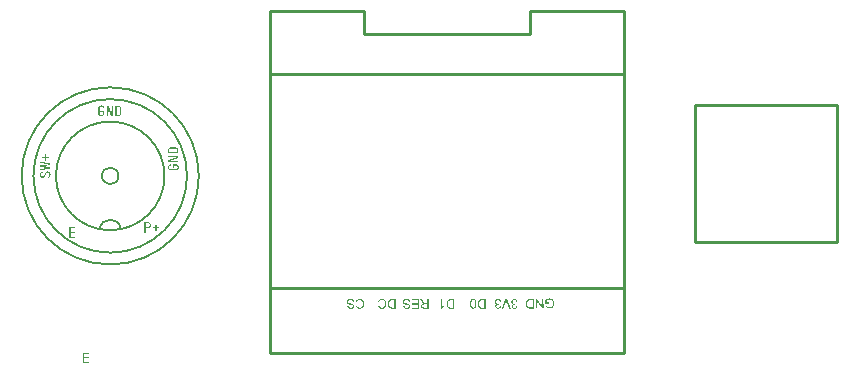
<source format=gto>
G04*
G04 #@! TF.GenerationSoftware,Altium Limited,Altium Designer,23.8.1 (32)*
G04*
G04 Layer_Color=14277081*
%FSLAX25Y25*%
%MOIN*%
G70*
G04*
G04 #@! TF.SameCoordinates,45B655E0-0CFB-48ED-97EE-2201F2EA58C2*
G04*
G04*
G04 #@! TF.FilePolarity,Positive*
G04*
G01*
G75*
%ADD10C,0.00787*%
%ADD11C,0.01000*%
G36*
X41056Y51761D02*
X41967D01*
Y51379D01*
X41056D01*
Y50452D01*
X40639D01*
Y51379D01*
X39727D01*
Y51761D01*
X40639D01*
Y52688D01*
X41056D01*
Y51761D01*
D02*
G37*
G36*
X38199Y53470D02*
X38242Y53466D01*
X38289Y53458D01*
X38340Y53451D01*
X38399Y53439D01*
X38458Y53423D01*
X38521Y53407D01*
X38584Y53384D01*
X38651Y53356D01*
X38713Y53325D01*
X38776Y53285D01*
X38835Y53246D01*
X38890Y53195D01*
X38894Y53191D01*
X38902Y53183D01*
X38918Y53168D01*
X38938Y53144D01*
X38957Y53117D01*
X38981Y53081D01*
X39008Y53042D01*
X39036Y52999D01*
X39063Y52947D01*
X39091Y52893D01*
X39114Y52830D01*
X39134Y52763D01*
X39154Y52692D01*
X39169Y52617D01*
X39177Y52539D01*
X39181Y52452D01*
Y52448D01*
Y52433D01*
Y52409D01*
X39177Y52374D01*
X39173Y52334D01*
X39165Y52291D01*
X39158Y52240D01*
X39146Y52185D01*
X39130Y52126D01*
X39110Y52063D01*
X39087Y52004D01*
X39059Y51941D01*
X39024Y51878D01*
X38985Y51820D01*
X38941Y51761D01*
X38890Y51706D01*
X38886Y51702D01*
X38879Y51694D01*
X38859Y51678D01*
X38839Y51662D01*
X38808Y51643D01*
X38772Y51619D01*
X38733Y51592D01*
X38686Y51568D01*
X38635Y51541D01*
X38576Y51513D01*
X38513Y51490D01*
X38446Y51470D01*
X38372Y51454D01*
X38293Y51438D01*
X38210Y51430D01*
X38120Y51427D01*
X37428D01*
Y50000D01*
X37000D01*
Y53474D01*
X38167D01*
X38199Y53470D01*
D02*
G37*
G36*
X14000Y51385D02*
X12424D01*
Y50308D01*
X13831D01*
Y49927D01*
X12424D01*
Y48689D01*
X14000D01*
Y48300D01*
X12000D01*
Y51774D01*
X14000D01*
Y51385D01*
D02*
G37*
G36*
X47363Y78430D02*
X47390D01*
X47421Y78426D01*
X47457Y78422D01*
X47496Y78418D01*
X47583Y78399D01*
X47677Y78375D01*
X47771Y78344D01*
X47862Y78297D01*
X47866D01*
X47873Y78289D01*
X47885Y78281D01*
X47901Y78273D01*
X47944Y78242D01*
X47995Y78198D01*
X48054Y78143D01*
X48117Y78080D01*
X48172Y78002D01*
X48227Y77916D01*
Y77912D01*
X48231Y77904D01*
X48239Y77892D01*
X48247Y77872D01*
X48255Y77849D01*
X48266Y77821D01*
X48278Y77790D01*
X48290Y77750D01*
X48302Y77711D01*
X48314Y77668D01*
X48333Y77566D01*
X48349Y77456D01*
X48353Y77334D01*
Y76434D01*
X44879D01*
Y77389D01*
X44883Y77420D01*
X44887Y77456D01*
X44890Y77491D01*
X44894Y77534D01*
X44910Y77625D01*
X44934Y77723D01*
X44965Y77821D01*
X45008Y77916D01*
Y77919D01*
X45012Y77927D01*
X45020Y77939D01*
X45032Y77955D01*
X45059Y78002D01*
X45099Y78057D01*
X45150Y78116D01*
X45213Y78183D01*
X45287Y78242D01*
X45370Y78297D01*
X45374D01*
X45382Y78304D01*
X45393Y78308D01*
X45409Y78320D01*
X45433Y78328D01*
X45460Y78340D01*
X45492Y78352D01*
X45527Y78367D01*
X45606Y78391D01*
X45700Y78415D01*
X45806Y78430D01*
X45920Y78434D01*
X47307D01*
X47311D01*
X47323D01*
X47339D01*
X47363Y78430D01*
D02*
G37*
G36*
X48353Y74995D02*
X45378Y73938D01*
X45382D01*
X45397Y73942D01*
X45425D01*
X45456Y73946D01*
X45500Y73950D01*
X45547D01*
X45606Y73954D01*
X45669Y73958D01*
X45676D01*
X45700D01*
X45731Y73962D01*
X45779D01*
X45834Y73966D01*
X45897Y73970D01*
X45963D01*
X46034Y73974D01*
X46038D01*
X46042D01*
X46066D01*
X46105Y73978D01*
X46152D01*
X46207D01*
X46270Y73982D01*
X46404D01*
X48353D01*
Y73569D01*
X44879D01*
Y74139D01*
X47854Y75200D01*
X47850D01*
X47834D01*
X47807Y75196D01*
X47771D01*
X47732Y75192D01*
X47681Y75188D01*
X47626Y75184D01*
X47563Y75180D01*
X47559D01*
X47555D01*
X47532D01*
X47496Y75176D01*
X47449Y75172D01*
X47394Y75168D01*
X47331D01*
X47264Y75165D01*
X47194Y75161D01*
X47190D01*
X47186D01*
X47162D01*
X47123Y75157D01*
X47076D01*
X47021D01*
X46958Y75153D01*
X46832D01*
X44879D01*
Y75569D01*
X48353D01*
Y74995D01*
D02*
G37*
G36*
X47476Y72744D02*
X47516Y72740D01*
X47563Y72732D01*
X47614Y72724D01*
X47665Y72712D01*
X47724Y72700D01*
X47783Y72681D01*
X47846Y72657D01*
X47905Y72634D01*
X47968Y72598D01*
X48023Y72563D01*
X48082Y72520D01*
X48133Y72472D01*
X48137Y72469D01*
X48145Y72461D01*
X48156Y72445D01*
X48176Y72421D01*
X48196Y72394D01*
X48215Y72362D01*
X48243Y72323D01*
X48266Y72276D01*
X48290Y72225D01*
X48314Y72170D01*
X48337Y72111D01*
X48357Y72044D01*
X48376Y71973D01*
X48388Y71895D01*
X48396Y71816D01*
X48400Y71730D01*
Y71683D01*
X48396Y71651D01*
X48392Y71612D01*
X48384Y71565D01*
X48376Y71513D01*
X48368Y71459D01*
X48337Y71337D01*
X48314Y71274D01*
X48290Y71211D01*
X48259Y71148D01*
X48223Y71089D01*
X48184Y71030D01*
X48137Y70975D01*
X48133Y70971D01*
X48125Y70963D01*
X48109Y70951D01*
X48086Y70932D01*
X48062Y70912D01*
X48027Y70889D01*
X47987Y70865D01*
X47944Y70837D01*
X47893Y70814D01*
X47838Y70786D01*
X47779Y70763D01*
X47712Y70743D01*
X47642Y70724D01*
X47567Y70712D01*
X47488Y70704D01*
X47402Y70700D01*
X45830D01*
X45826D01*
X45810D01*
X45786D01*
X45751Y70704D01*
X45712Y70708D01*
X45669Y70716D01*
X45617Y70724D01*
X45562Y70735D01*
X45504Y70747D01*
X45445Y70767D01*
X45386Y70790D01*
X45323Y70818D01*
X45264Y70849D01*
X45205Y70885D01*
X45150Y70928D01*
X45099Y70975D01*
X45095Y70979D01*
X45087Y70987D01*
X45075Y71003D01*
X45055Y71026D01*
X45036Y71054D01*
X45012Y71089D01*
X44989Y71128D01*
X44965Y71175D01*
X44942Y71227D01*
X44914Y71282D01*
X44894Y71345D01*
X44875Y71411D01*
X44855Y71482D01*
X44843Y71561D01*
X44835Y71643D01*
X44831Y71730D01*
Y71773D01*
X44835Y71808D01*
X44839Y71848D01*
X44847Y71891D01*
X44855Y71942D01*
X44867Y71997D01*
X44879Y72056D01*
X44898Y72115D01*
X44918Y72178D01*
X44945Y72241D01*
X44977Y72303D01*
X45012Y72362D01*
X45055Y72417D01*
X45103Y72472D01*
X45107Y72476D01*
X45114Y72484D01*
X45130Y72496D01*
X45150Y72516D01*
X45177Y72535D01*
X45213Y72559D01*
X45248Y72586D01*
X45295Y72610D01*
X45342Y72637D01*
X45397Y72661D01*
X45456Y72685D01*
X45523Y72704D01*
X45590Y72724D01*
X45665Y72736D01*
X45747Y72744D01*
X45830Y72747D01*
Y72319D01*
X45826D01*
X45818D01*
X45802D01*
X45783Y72315D01*
X45755D01*
X45728Y72311D01*
X45661Y72299D01*
X45590Y72280D01*
X45515Y72252D01*
X45441Y72213D01*
X45378Y72162D01*
X45370Y72154D01*
X45354Y72135D01*
X45327Y72099D01*
X45295Y72052D01*
X45268Y71989D01*
X45240Y71914D01*
X45224Y71828D01*
X45217Y71730D01*
Y71702D01*
X45221Y71683D01*
Y71659D01*
X45224Y71631D01*
X45236Y71569D01*
X45256Y71498D01*
X45283Y71423D01*
X45323Y71352D01*
X45374Y71286D01*
X45382Y71278D01*
X45401Y71262D01*
X45441Y71235D01*
X45488Y71207D01*
X45555Y71179D01*
X45629Y71152D01*
X45720Y71136D01*
X45826Y71128D01*
X47402D01*
X47406D01*
X47414D01*
X47429D01*
X47449Y71132D01*
X47476D01*
X47504Y71136D01*
X47571Y71148D01*
X47642Y71168D01*
X47720Y71195D01*
X47795Y71235D01*
X47862Y71286D01*
X47869Y71293D01*
X47885Y71317D01*
X47913Y71352D01*
X47940Y71403D01*
X47972Y71466D01*
X47999Y71541D01*
X48015Y71631D01*
X48023Y71730D01*
Y71757D01*
X48019Y71777D01*
Y71800D01*
X48015Y71828D01*
X48003Y71887D01*
X47983Y71958D01*
X47956Y72028D01*
X47917Y72099D01*
X47862Y72162D01*
X47854Y72170D01*
X47830Y72185D01*
X47795Y72213D01*
X47744Y72241D01*
X47677Y72268D01*
X47598Y72296D01*
X47508Y72311D01*
X47402Y72319D01*
X46973D01*
Y71616D01*
X46584D01*
Y72747D01*
X47402D01*
X47406D01*
X47421D01*
X47445D01*
X47476Y72744D01*
D02*
G37*
G36*
X22708Y92365D02*
X22748Y92361D01*
X22791Y92353D01*
X22842Y92345D01*
X22897Y92333D01*
X22956Y92321D01*
X23015Y92302D01*
X23078Y92282D01*
X23141Y92255D01*
X23203Y92223D01*
X23262Y92188D01*
X23317Y92144D01*
X23372Y92097D01*
X23376Y92093D01*
X23384Y92085D01*
X23396Y92070D01*
X23416Y92050D01*
X23435Y92023D01*
X23459Y91987D01*
X23486Y91952D01*
X23510Y91905D01*
X23538Y91857D01*
X23561Y91803D01*
X23585Y91744D01*
X23604Y91677D01*
X23624Y91610D01*
X23636Y91535D01*
X23644Y91453D01*
X23648Y91370D01*
X23219D01*
Y91374D01*
Y91382D01*
Y91398D01*
X23215Y91417D01*
Y91445D01*
X23211Y91472D01*
X23200Y91539D01*
X23180Y91610D01*
X23152Y91685D01*
X23113Y91759D01*
X23062Y91822D01*
X23054Y91830D01*
X23034Y91846D01*
X22999Y91873D01*
X22952Y91905D01*
X22889Y91932D01*
X22814Y91960D01*
X22728Y91975D01*
X22630Y91983D01*
X22602D01*
X22582Y91979D01*
X22559D01*
X22531Y91975D01*
X22468Y91964D01*
X22398Y91944D01*
X22323Y91917D01*
X22252Y91877D01*
X22186Y91826D01*
X22178Y91818D01*
X22162Y91799D01*
X22135Y91759D01*
X22107Y91712D01*
X22080Y91645D01*
X22052Y91571D01*
X22036Y91480D01*
X22028Y91374D01*
Y89798D01*
Y89794D01*
Y89786D01*
Y89771D01*
X22032Y89751D01*
Y89724D01*
X22036Y89696D01*
X22048Y89629D01*
X22068Y89559D01*
X22095Y89480D01*
X22135Y89405D01*
X22186Y89338D01*
X22193Y89331D01*
X22217Y89315D01*
X22252Y89287D01*
X22303Y89260D01*
X22366Y89228D01*
X22441Y89201D01*
X22531Y89185D01*
X22630Y89177D01*
X22657D01*
X22677Y89181D01*
X22700D01*
X22728Y89185D01*
X22787Y89197D01*
X22858Y89217D01*
X22928Y89244D01*
X22999Y89283D01*
X23062Y89338D01*
X23070Y89346D01*
X23086Y89370D01*
X23113Y89405D01*
X23141Y89456D01*
X23168Y89523D01*
X23196Y89602D01*
X23211Y89692D01*
X23219Y89798D01*
Y90227D01*
X22516D01*
Y90616D01*
X23648D01*
Y89798D01*
Y89794D01*
Y89779D01*
Y89755D01*
X23644Y89724D01*
X23640Y89684D01*
X23632Y89637D01*
X23624Y89586D01*
X23612Y89535D01*
X23600Y89476D01*
X23581Y89417D01*
X23557Y89354D01*
X23534Y89295D01*
X23498Y89232D01*
X23463Y89177D01*
X23420Y89118D01*
X23372Y89067D01*
X23369Y89063D01*
X23361Y89055D01*
X23345Y89044D01*
X23321Y89024D01*
X23294Y89004D01*
X23262Y88985D01*
X23223Y88957D01*
X23176Y88934D01*
X23125Y88910D01*
X23070Y88886D01*
X23011Y88863D01*
X22944Y88843D01*
X22873Y88824D01*
X22795Y88812D01*
X22716Y88804D01*
X22630Y88800D01*
X22582D01*
X22551Y88804D01*
X22512Y88808D01*
X22465Y88816D01*
X22413Y88824D01*
X22358Y88831D01*
X22237Y88863D01*
X22174Y88886D01*
X22111Y88910D01*
X22048Y88942D01*
X21989Y88977D01*
X21930Y89016D01*
X21875Y89063D01*
X21871Y89067D01*
X21863Y89075D01*
X21851Y89091D01*
X21832Y89114D01*
X21812Y89138D01*
X21789Y89173D01*
X21765Y89213D01*
X21737Y89256D01*
X21714Y89307D01*
X21687Y89362D01*
X21663Y89421D01*
X21643Y89488D01*
X21624Y89559D01*
X21612Y89633D01*
X21604Y89712D01*
X21600Y89798D01*
Y91370D01*
Y91374D01*
Y91390D01*
Y91413D01*
X21604Y91449D01*
X21608Y91488D01*
X21616Y91531D01*
X21624Y91582D01*
X21635Y91637D01*
X21647Y91696D01*
X21667Y91755D01*
X21690Y91814D01*
X21718Y91877D01*
X21749Y91936D01*
X21785Y91995D01*
X21828Y92050D01*
X21875Y92101D01*
X21879Y92105D01*
X21887Y92113D01*
X21903Y92125D01*
X21926Y92144D01*
X21954Y92164D01*
X21989Y92188D01*
X22028Y92211D01*
X22075Y92235D01*
X22127Y92258D01*
X22182Y92286D01*
X22244Y92306D01*
X22311Y92325D01*
X22382Y92345D01*
X22461Y92357D01*
X22543Y92365D01*
X22630Y92368D01*
X22673D01*
X22708Y92365D01*
D02*
G37*
G36*
X26469Y88847D02*
X25896D01*
X24838Y91822D01*
Y91818D01*
X24842Y91803D01*
Y91775D01*
X24846Y91744D01*
X24850Y91700D01*
Y91653D01*
X24854Y91594D01*
X24858Y91531D01*
Y91523D01*
Y91500D01*
X24862Y91469D01*
Y91421D01*
X24866Y91366D01*
X24870Y91303D01*
Y91237D01*
X24874Y91166D01*
Y91162D01*
Y91158D01*
Y91134D01*
X24878Y91095D01*
Y91048D01*
Y90993D01*
X24882Y90930D01*
Y90796D01*
Y88847D01*
X24469D01*
Y92321D01*
X25039D01*
X26100Y89346D01*
Y89350D01*
Y89366D01*
X26096Y89393D01*
Y89429D01*
X26092Y89468D01*
X26088Y89519D01*
X26084Y89574D01*
X26080Y89637D01*
Y89641D01*
Y89645D01*
Y89669D01*
X26076Y89704D01*
X26072Y89751D01*
X26068Y89806D01*
Y89869D01*
X26065Y89936D01*
X26061Y90007D01*
Y90010D01*
Y90014D01*
Y90038D01*
X26057Y90077D01*
Y90124D01*
Y90179D01*
X26053Y90242D01*
Y90368D01*
Y92321D01*
X26469D01*
Y88847D01*
D02*
G37*
G36*
X28320Y92317D02*
X28356Y92313D01*
X28391Y92309D01*
X28434Y92306D01*
X28525Y92290D01*
X28623Y92266D01*
X28721Y92235D01*
X28815Y92192D01*
X28819D01*
X28827Y92188D01*
X28839Y92180D01*
X28855Y92168D01*
X28902Y92141D01*
X28957Y92101D01*
X29016Y92050D01*
X29083Y91987D01*
X29142Y91913D01*
X29197Y91830D01*
Y91826D01*
X29205Y91818D01*
X29208Y91806D01*
X29220Y91791D01*
X29228Y91767D01*
X29240Y91740D01*
X29252Y91708D01*
X29267Y91673D01*
X29291Y91594D01*
X29315Y91500D01*
X29330Y91394D01*
X29334Y91280D01*
Y89893D01*
Y89889D01*
Y89877D01*
Y89861D01*
X29330Y89837D01*
Y89810D01*
X29326Y89779D01*
X29322Y89743D01*
X29318Y89704D01*
X29299Y89617D01*
X29275Y89523D01*
X29244Y89429D01*
X29197Y89338D01*
Y89334D01*
X29189Y89327D01*
X29181Y89315D01*
X29173Y89299D01*
X29142Y89256D01*
X29098Y89205D01*
X29043Y89146D01*
X28980Y89083D01*
X28902Y89028D01*
X28815Y88973D01*
X28811D01*
X28804Y88969D01*
X28792Y88961D01*
X28772Y88953D01*
X28749Y88945D01*
X28721Y88934D01*
X28690Y88922D01*
X28650Y88910D01*
X28611Y88898D01*
X28568Y88886D01*
X28466Y88867D01*
X28356Y88851D01*
X28234Y88847D01*
X27334D01*
Y92321D01*
X28289D01*
X28320Y92317D01*
D02*
G37*
G36*
X4273Y75207D02*
X5201D01*
Y74791D01*
X4273D01*
Y73879D01*
X3892D01*
Y74791D01*
X2965D01*
Y75207D01*
X3892D01*
Y76119D01*
X4273D01*
Y75207D01*
D02*
G37*
G36*
X5653Y73042D02*
Y72503D01*
X3036Y72209D01*
X3028D01*
X3008Y72205D01*
X2977Y72201D01*
X2937Y72197D01*
X2886Y72193D01*
X2835Y72185D01*
X2721Y72173D01*
X2713D01*
X2694D01*
X2666Y72169D01*
X2631Y72165D01*
X2591Y72161D01*
X2552D01*
X2513Y72158D01*
X2477Y72154D01*
X2481D01*
X2493D01*
X2513Y72150D01*
X2540Y72146D01*
X2576Y72142D01*
X2615Y72138D01*
X2666Y72130D01*
X2721Y72126D01*
X2729D01*
X2749Y72122D01*
X2776D01*
X2819Y72114D01*
X2867Y72110D01*
X2918Y72106D01*
X2977Y72099D01*
X3036Y72091D01*
X5653Y71772D01*
Y71234D01*
X2179Y70833D01*
Y71242D01*
X4749Y71505D01*
X4757D01*
X4776Y71509D01*
X4808D01*
X4847Y71513D01*
X4898Y71517D01*
X4953Y71521D01*
X5012Y71525D01*
X5075Y71529D01*
X5083D01*
X5103Y71533D01*
X5134D01*
X5173Y71537D01*
X5217Y71540D01*
X5260D01*
X5307Y71544D01*
X5346Y71548D01*
X5342D01*
X5327D01*
X5303Y71552D01*
X5276Y71556D01*
X5236D01*
X5189Y71560D01*
X5134Y71568D01*
X5075Y71572D01*
X5071D01*
X5067D01*
X5048Y71576D01*
X5012Y71580D01*
X4969Y71584D01*
X4922Y71588D01*
X4867Y71596D01*
X4749Y71607D01*
X2179Y71934D01*
Y72374D01*
X4749Y72672D01*
X4757D01*
X4776Y72676D01*
X4808Y72680D01*
X4847Y72684D01*
X4898Y72688D01*
X4953Y72696D01*
X5012Y72700D01*
X5075Y72708D01*
X5083D01*
X5103Y72712D01*
X5134Y72716D01*
X5173Y72720D01*
X5217Y72723D01*
X5260Y72731D01*
X5307Y72735D01*
X5346Y72739D01*
X5342D01*
X5327D01*
X5303Y72743D01*
X5276D01*
X5236Y72747D01*
X5189Y72751D01*
X5134Y72755D01*
X5075Y72759D01*
X5071D01*
X5067D01*
X5048Y72763D01*
X5012D01*
X4969Y72767D01*
X4922Y72771D01*
X4867Y72778D01*
X4749Y72790D01*
X2179Y73061D01*
Y73450D01*
X5653Y73042D01*
D02*
G37*
G36*
X4812Y70365D02*
X4851Y70362D01*
X4894Y70354D01*
X4941Y70346D01*
X4993Y70334D01*
X5048Y70318D01*
X5103Y70299D01*
X5162Y70275D01*
X5221Y70248D01*
X5280Y70212D01*
X5334Y70173D01*
X5390Y70130D01*
X5441Y70078D01*
X5445Y70075D01*
X5452Y70067D01*
X5464Y70047D01*
X5480Y70027D01*
X5500Y69996D01*
X5523Y69961D01*
X5547Y69921D01*
X5570Y69874D01*
X5594Y69823D01*
X5618Y69764D01*
X5641Y69701D01*
X5661Y69630D01*
X5676Y69556D01*
X5688Y69477D01*
X5696Y69395D01*
X5700Y69304D01*
Y69257D01*
X5696Y69222D01*
X5692Y69179D01*
X5684Y69128D01*
X5676Y69073D01*
X5669Y69014D01*
X5637Y68884D01*
X5618Y68817D01*
X5590Y68750D01*
X5562Y68683D01*
X5527Y68621D01*
X5488Y68558D01*
X5441Y68499D01*
X5437Y68495D01*
X5429Y68487D01*
X5413Y68471D01*
X5393Y68451D01*
X5366Y68428D01*
X5334Y68404D01*
X5295Y68377D01*
X5256Y68349D01*
X5205Y68322D01*
X5154Y68294D01*
X5095Y68271D01*
X5036Y68247D01*
X4969Y68227D01*
X4894Y68212D01*
X4820Y68204D01*
X4741Y68200D01*
Y68628D01*
X4745D01*
X4753D01*
X4765D01*
X4784Y68632D01*
X4808D01*
X4831Y68640D01*
X4890Y68652D01*
X4957Y68676D01*
X5028Y68707D01*
X5099Y68754D01*
X5130Y68782D01*
X5162Y68813D01*
Y68817D01*
X5169Y68821D01*
X5177Y68833D01*
X5185Y68849D01*
X5197Y68864D01*
X5213Y68888D01*
X5240Y68943D01*
X5272Y69014D01*
X5299Y69100D01*
X5315Y69194D01*
X5323Y69304D01*
Y69332D01*
X5319Y69352D01*
Y69379D01*
X5315Y69406D01*
X5303Y69473D01*
X5283Y69548D01*
X5256Y69627D01*
X5217Y69705D01*
X5162Y69776D01*
X5158Y69780D01*
X5154Y69784D01*
X5134Y69803D01*
X5099Y69831D01*
X5048Y69866D01*
X4989Y69898D01*
X4918Y69925D01*
X4835Y69945D01*
X4788Y69953D01*
X4741D01*
X4737D01*
X4733D01*
X4721D01*
X4706D01*
X4666Y69949D01*
X4619Y69941D01*
X4564Y69925D01*
X4505Y69906D01*
X4442Y69878D01*
X4383Y69843D01*
X4376Y69839D01*
X4356Y69823D01*
X4332Y69800D01*
X4297Y69768D01*
X4262Y69725D01*
X4226Y69674D01*
X4195Y69619D01*
X4167Y69552D01*
X4006Y69037D01*
Y69033D01*
X4002Y69021D01*
X3994Y69006D01*
X3986Y68978D01*
X3975Y68951D01*
X3959Y68915D01*
X3920Y68841D01*
X3869Y68750D01*
X3806Y68660D01*
X3731Y68573D01*
X3645Y68491D01*
X3641Y68487D01*
X3633Y68483D01*
X3621Y68471D01*
X3601Y68459D01*
X3578Y68444D01*
X3546Y68428D01*
X3515Y68412D01*
X3476Y68393D01*
X3389Y68357D01*
X3291Y68326D01*
X3181Y68302D01*
X3122Y68298D01*
X3059Y68294D01*
X3055D01*
X3039D01*
X3020D01*
X2988Y68298D01*
X2953Y68302D01*
X2910Y68310D01*
X2867Y68318D01*
X2815Y68330D01*
X2764Y68345D01*
X2709Y68361D01*
X2650Y68385D01*
X2595Y68412D01*
X2540Y68444D01*
X2485Y68483D01*
X2430Y68526D01*
X2383Y68573D01*
X2379Y68577D01*
X2371Y68585D01*
X2359Y68601D01*
X2344Y68624D01*
X2324Y68652D01*
X2304Y68687D01*
X2281Y68727D01*
X2257Y68770D01*
X2234Y68821D01*
X2210Y68876D01*
X2190Y68939D01*
X2171Y69002D01*
X2155Y69073D01*
X2143Y69147D01*
X2135Y69230D01*
X2132Y69312D01*
Y69355D01*
X2135Y69391D01*
X2139Y69430D01*
X2143Y69473D01*
X2151Y69524D01*
X2163Y69579D01*
X2194Y69697D01*
X2214Y69756D01*
X2238Y69819D01*
X2265Y69882D01*
X2301Y69941D01*
X2340Y69996D01*
X2383Y70051D01*
X2387Y70055D01*
X2395Y70063D01*
X2411Y70078D01*
X2430Y70094D01*
X2454Y70114D01*
X2485Y70138D01*
X2521Y70165D01*
X2560Y70192D01*
X2607Y70216D01*
X2658Y70244D01*
X2713Y70267D01*
X2776Y70287D01*
X2839Y70302D01*
X2910Y70318D01*
X2980Y70326D01*
X3059Y70330D01*
Y69898D01*
X3055D01*
X3047D01*
X3036D01*
X3016Y69894D01*
X2973Y69890D01*
X2914Y69878D01*
X2851Y69858D01*
X2784Y69831D01*
X2721Y69792D01*
X2662Y69737D01*
X2654Y69729D01*
X2638Y69709D01*
X2615Y69674D01*
X2587Y69627D01*
X2560Y69564D01*
X2536Y69493D01*
X2521Y69406D01*
X2513Y69312D01*
Y69285D01*
X2517Y69269D01*
Y69245D01*
X2521Y69218D01*
X2532Y69155D01*
X2548Y69088D01*
X2576Y69014D01*
X2611Y68943D01*
X2662Y68876D01*
X2670Y68868D01*
X2690Y68852D01*
X2721Y68825D01*
X2764Y68797D01*
X2819Y68766D01*
X2886Y68738D01*
X2965Y68723D01*
X3051Y68715D01*
X3055D01*
X3059D01*
X3083D01*
X3118Y68719D01*
X3161Y68727D01*
X3212Y68742D01*
X3267Y68758D01*
X3322Y68786D01*
X3377Y68821D01*
X3385Y68825D01*
X3401Y68841D01*
X3424Y68864D01*
X3452Y68900D01*
X3487Y68943D01*
X3519Y68994D01*
X3550Y69057D01*
X3578Y69124D01*
X3751Y69658D01*
Y69662D01*
X3755Y69674D01*
X3762Y69690D01*
X3770Y69713D01*
X3782Y69741D01*
X3798Y69772D01*
X3833Y69847D01*
X3884Y69929D01*
X3951Y70016D01*
X4026Y70098D01*
X4120Y70177D01*
X4124Y70181D01*
X4132Y70185D01*
X4148Y70196D01*
X4167Y70208D01*
X4191Y70220D01*
X4222Y70240D01*
X4258Y70255D01*
X4297Y70275D01*
X4340Y70291D01*
X4387Y70310D01*
X4493Y70338D01*
X4611Y70362D01*
X4674Y70365D01*
X4741Y70369D01*
X4745D01*
X4761D01*
X4784D01*
X4812Y70365D01*
D02*
G37*
G36*
X105747Y27893D02*
X105785D01*
X105828Y27890D01*
X105875Y27887D01*
X105928Y27881D01*
X105984Y27875D01*
X106044Y27865D01*
X106165Y27844D01*
X106287Y27812D01*
X106346Y27794D01*
X106402Y27772D01*
X106405Y27769D01*
X106415Y27766D01*
X106430Y27759D01*
X106449Y27747D01*
X106474Y27734D01*
X106505Y27719D01*
X106537Y27700D01*
X106571Y27675D01*
X106643Y27622D01*
X106721Y27556D01*
X106796Y27479D01*
X106864Y27391D01*
X106867Y27388D01*
X106870Y27379D01*
X106880Y27366D01*
X106889Y27347D01*
X106902Y27323D01*
X106917Y27294D01*
X106933Y27260D01*
X106948Y27223D01*
X106964Y27182D01*
X106980Y27138D01*
X106992Y27092D01*
X107008Y27039D01*
X107026Y26929D01*
X107033Y26873D01*
X107036Y26814D01*
X106636Y26780D01*
Y26783D01*
Y26789D01*
X106633Y26801D01*
X106630Y26820D01*
X106627Y26842D01*
X106621Y26864D01*
X106608Y26920D01*
X106593Y26982D01*
X106568Y27048D01*
X106540Y27114D01*
X106505Y27176D01*
Y27179D01*
X106499Y27182D01*
X106487Y27201D01*
X106462Y27229D01*
X106427Y27263D01*
X106384Y27304D01*
X106327Y27344D01*
X106262Y27388D01*
X106187Y27426D01*
X106184D01*
X106178Y27429D01*
X106165Y27435D01*
X106150Y27441D01*
X106128Y27447D01*
X106103Y27454D01*
X106075Y27463D01*
X106044Y27472D01*
X106009Y27482D01*
X105972Y27488D01*
X105888Y27503D01*
X105794Y27516D01*
X105694Y27519D01*
X105654D01*
X105632Y27516D01*
X105607D01*
X105551Y27510D01*
X105485Y27500D01*
X105413Y27488D01*
X105342Y27472D01*
X105270Y27447D01*
X105267D01*
X105261Y27444D01*
X105251Y27441D01*
X105239Y27435D01*
X105204Y27419D01*
X105164Y27394D01*
X105120Y27366D01*
X105073Y27335D01*
X105030Y27294D01*
X104992Y27251D01*
X104989Y27244D01*
X104977Y27229D01*
X104964Y27204D01*
X104945Y27170D01*
X104930Y27129D01*
X104914Y27082D01*
X104905Y27032D01*
X104902Y26976D01*
Y26973D01*
Y26970D01*
Y26951D01*
X104905Y26923D01*
X104911Y26886D01*
X104924Y26845D01*
X104939Y26801D01*
X104961Y26758D01*
X104989Y26714D01*
X104992Y26708D01*
X105005Y26695D01*
X105026Y26674D01*
X105058Y26649D01*
X105098Y26617D01*
X105148Y26586D01*
X105208Y26555D01*
X105279Y26527D01*
X105286Y26524D01*
X105295Y26521D01*
X105307Y26518D01*
X105323Y26511D01*
X105342Y26505D01*
X105367Y26496D01*
X105398Y26486D01*
X105432Y26477D01*
X105473Y26465D01*
X105519Y26452D01*
X105572Y26440D01*
X105632Y26424D01*
X105697Y26408D01*
X105769Y26390D01*
X105847Y26371D01*
X105853D01*
X105866Y26365D01*
X105888Y26362D01*
X105919Y26352D01*
X105953Y26343D01*
X105997Y26333D01*
X106041Y26321D01*
X106090Y26305D01*
X106190Y26274D01*
X106293Y26243D01*
X106343Y26224D01*
X106387Y26206D01*
X106427Y26190D01*
X106465Y26171D01*
X106468D01*
X106474Y26165D01*
X106487Y26159D01*
X106502Y26149D01*
X106521Y26137D01*
X106543Y26124D01*
X106593Y26087D01*
X106649Y26043D01*
X106705Y25993D01*
X106758Y25934D01*
X106805Y25872D01*
Y25869D01*
X106811Y25862D01*
X106814Y25853D01*
X106824Y25840D01*
X106830Y25825D01*
X106839Y25803D01*
X106861Y25756D01*
X106883Y25697D01*
X106898Y25628D01*
X106911Y25554D01*
X106917Y25472D01*
Y25469D01*
Y25463D01*
Y25447D01*
X106914Y25432D01*
Y25410D01*
X106911Y25385D01*
X106905Y25357D01*
X106898Y25326D01*
X106883Y25257D01*
X106858Y25179D01*
X106824Y25101D01*
X106805Y25060D01*
X106780Y25020D01*
X106777Y25017D01*
X106774Y25011D01*
X106764Y24998D01*
X106755Y24986D01*
X106739Y24967D01*
X106724Y24948D01*
X106677Y24901D01*
X106621Y24848D01*
X106552Y24795D01*
X106474Y24742D01*
X106381Y24699D01*
X106377D01*
X106368Y24692D01*
X106352Y24689D01*
X106334Y24680D01*
X106309Y24674D01*
X106281Y24664D01*
X106246Y24655D01*
X106209Y24642D01*
X106165Y24633D01*
X106122Y24624D01*
X106072Y24614D01*
X106022Y24605D01*
X105913Y24592D01*
X105794Y24589D01*
X105760D01*
X105735Y24592D01*
X105703D01*
X105666Y24596D01*
X105625Y24599D01*
X105582Y24605D01*
X105535Y24611D01*
X105485Y24618D01*
X105379Y24639D01*
X105273Y24667D01*
X105167Y24705D01*
X105164D01*
X105154Y24711D01*
X105142Y24717D01*
X105123Y24727D01*
X105098Y24739D01*
X105073Y24752D01*
X105014Y24789D01*
X104945Y24839D01*
X104877Y24895D01*
X104808Y24964D01*
X104749Y25042D01*
X104746Y25045D01*
X104743Y25051D01*
X104736Y25064D01*
X104727Y25079D01*
X104715Y25101D01*
X104702Y25126D01*
X104690Y25154D01*
X104674Y25188D01*
X104658Y25223D01*
X104646Y25260D01*
X104621Y25348D01*
X104599Y25441D01*
X104593Y25491D01*
X104590Y25544D01*
X104995Y25575D01*
Y25572D01*
X104998Y25563D01*
Y25547D01*
X105005Y25525D01*
X105008Y25500D01*
X105017Y25472D01*
X105026Y25441D01*
X105036Y25407D01*
X105064Y25332D01*
X105104Y25257D01*
X105130Y25220D01*
X105154Y25185D01*
X105186Y25151D01*
X105220Y25120D01*
X105223Y25117D01*
X105229Y25114D01*
X105239Y25104D01*
X105254Y25095D01*
X105273Y25082D01*
X105298Y25070D01*
X105326Y25057D01*
X105360Y25042D01*
X105398Y25026D01*
X105438Y25014D01*
X105482Y25001D01*
X105532Y24989D01*
X105588Y24979D01*
X105644Y24970D01*
X105710Y24967D01*
X105775Y24964D01*
X105813D01*
X105838Y24967D01*
X105869D01*
X105906Y24970D01*
X105947Y24976D01*
X105988Y24983D01*
X106081Y24998D01*
X106172Y25023D01*
X106218Y25042D01*
X106259Y25060D01*
X106299Y25082D01*
X106334Y25107D01*
X106337D01*
X106340Y25114D01*
X106362Y25132D01*
X106390Y25163D01*
X106421Y25201D01*
X106452Y25251D01*
X106480Y25310D01*
X106502Y25372D01*
X106505Y25407D01*
X106509Y25444D01*
Y25447D01*
Y25451D01*
Y25460D01*
X106505Y25472D01*
X106502Y25507D01*
X106493Y25544D01*
X106477Y25591D01*
X106459Y25638D01*
X106427Y25684D01*
X106387Y25728D01*
X106384D01*
X106381Y25734D01*
X106371Y25741D01*
X106359Y25747D01*
X106343Y25756D01*
X106321Y25769D01*
X106293Y25784D01*
X106262Y25800D01*
X106221Y25816D01*
X106178Y25834D01*
X106125Y25853D01*
X106065Y25872D01*
X106000Y25894D01*
X105925Y25915D01*
X105841Y25937D01*
X105750Y25959D01*
X105744D01*
X105728Y25965D01*
X105700Y25972D01*
X105666Y25978D01*
X105625Y25987D01*
X105576Y26000D01*
X105523Y26012D01*
X105466Y26028D01*
X105348Y26059D01*
X105232Y26093D01*
X105176Y26112D01*
X105126Y26128D01*
X105079Y26146D01*
X105039Y26162D01*
X105036D01*
X105026Y26168D01*
X105011Y26174D01*
X104992Y26184D01*
X104970Y26196D01*
X104945Y26212D01*
X104883Y26249D01*
X104817Y26296D01*
X104749Y26352D01*
X104683Y26415D01*
X104655Y26449D01*
X104627Y26486D01*
X104624Y26489D01*
X104621Y26496D01*
X104615Y26505D01*
X104605Y26521D01*
X104596Y26539D01*
X104584Y26561D01*
X104571Y26589D01*
X104559Y26617D01*
X104537Y26683D01*
X104515Y26761D01*
X104499Y26848D01*
X104493Y26895D01*
Y26942D01*
Y26945D01*
Y26954D01*
Y26967D01*
X104496Y26986D01*
Y27007D01*
X104499Y27035D01*
X104506Y27064D01*
X104512Y27098D01*
X104527Y27173D01*
X104555Y27254D01*
X104590Y27338D01*
X104615Y27379D01*
X104640Y27422D01*
X104643Y27426D01*
X104646Y27432D01*
X104655Y27444D01*
X104668Y27460D01*
X104683Y27479D01*
X104699Y27500D01*
X104721Y27525D01*
X104746Y27550D01*
X104777Y27578D01*
X104808Y27606D01*
X104842Y27635D01*
X104880Y27666D01*
X104964Y27722D01*
X105061Y27772D01*
X105064D01*
X105073Y27778D01*
X105089Y27784D01*
X105108Y27790D01*
X105136Y27800D01*
X105164Y27812D01*
X105201Y27822D01*
X105239Y27834D01*
X105282Y27847D01*
X105329Y27856D01*
X105382Y27869D01*
X105435Y27878D01*
X105551Y27890D01*
X105675Y27897D01*
X105716D01*
X105747Y27893D01*
D02*
G37*
G36*
X108830D02*
X108873Y27890D01*
X108923Y27884D01*
X108979Y27878D01*
X109042Y27872D01*
X109107Y27859D01*
X109176Y27847D01*
X109245Y27828D01*
X109317Y27809D01*
X109385Y27784D01*
X109457Y27756D01*
X109522Y27725D01*
X109585Y27688D01*
X109588Y27684D01*
X109597Y27678D01*
X109616Y27666D01*
X109638Y27647D01*
X109666Y27628D01*
X109694Y27600D01*
X109728Y27569D01*
X109766Y27532D01*
X109806Y27491D01*
X109847Y27447D01*
X109888Y27397D01*
X109928Y27341D01*
X109966Y27282D01*
X110006Y27220D01*
X110040Y27151D01*
X110075Y27079D01*
X110078Y27073D01*
X110081Y27060D01*
X110090Y27039D01*
X110100Y27011D01*
X110112Y26973D01*
X110128Y26929D01*
X110143Y26880D01*
X110159Y26823D01*
X110175Y26761D01*
X110190Y26695D01*
X110203Y26624D01*
X110218Y26549D01*
X110228Y26471D01*
X110237Y26390D01*
X110240Y26305D01*
X110243Y26221D01*
Y26215D01*
Y26199D01*
Y26171D01*
X110240Y26137D01*
X110237Y26093D01*
X110234Y26043D01*
X110228Y25987D01*
X110218Y25925D01*
X110209Y25859D01*
X110196Y25791D01*
X110181Y25716D01*
X110162Y25644D01*
X110140Y25569D01*
X110115Y25494D01*
X110087Y25422D01*
X110053Y25351D01*
X110050Y25348D01*
X110044Y25335D01*
X110034Y25313D01*
X110019Y25288D01*
X109997Y25257D01*
X109975Y25223D01*
X109947Y25182D01*
X109912Y25139D01*
X109878Y25095D01*
X109838Y25048D01*
X109791Y25001D01*
X109744Y24954D01*
X109691Y24908D01*
X109635Y24864D01*
X109575Y24820D01*
X109510Y24783D01*
X109507Y24780D01*
X109494Y24773D01*
X109476Y24764D01*
X109448Y24752D01*
X109416Y24739D01*
X109376Y24720D01*
X109332Y24705D01*
X109279Y24686D01*
X109226Y24667D01*
X109167Y24652D01*
X109101Y24633D01*
X109033Y24621D01*
X108961Y24608D01*
X108889Y24599D01*
X108811Y24592D01*
X108733Y24589D01*
X108686D01*
X108652Y24592D01*
X108611Y24596D01*
X108565Y24602D01*
X108512Y24611D01*
X108452Y24621D01*
X108393Y24633D01*
X108327Y24649D01*
X108259Y24670D01*
X108193Y24692D01*
X108125Y24720D01*
X108056Y24755D01*
X107991Y24792D01*
X107928Y24836D01*
X107925Y24839D01*
X107913Y24848D01*
X107897Y24861D01*
X107875Y24880D01*
X107847Y24904D01*
X107819Y24936D01*
X107785Y24973D01*
X107747Y25014D01*
X107710Y25060D01*
X107672Y25110D01*
X107635Y25167D01*
X107597Y25229D01*
X107560Y25295D01*
X107526Y25366D01*
X107498Y25441D01*
X107469Y25522D01*
X107888Y25619D01*
Y25616D01*
X107894Y25603D01*
X107900Y25585D01*
X107909Y25563D01*
X107919Y25535D01*
X107934Y25500D01*
X107950Y25466D01*
X107969Y25426D01*
X108016Y25344D01*
X108072Y25260D01*
X108137Y25182D01*
X108175Y25145D01*
X108212Y25114D01*
X108215Y25110D01*
X108221Y25107D01*
X108234Y25098D01*
X108249Y25089D01*
X108271Y25076D01*
X108296Y25064D01*
X108324Y25048D01*
X108359Y25032D01*
X108393Y25017D01*
X108433Y25001D01*
X108477Y24989D01*
X108524Y24976D01*
X108627Y24958D01*
X108683Y24954D01*
X108742Y24951D01*
X108777D01*
X108805Y24954D01*
X108836Y24958D01*
X108873Y24961D01*
X108914Y24967D01*
X108958Y24973D01*
X109057Y24995D01*
X109107Y25008D01*
X109160Y25026D01*
X109210Y25048D01*
X109264Y25070D01*
X109313Y25098D01*
X109360Y25129D01*
X109363Y25132D01*
X109370Y25139D01*
X109382Y25148D01*
X109401Y25160D01*
X109420Y25179D01*
X109444Y25201D01*
X109469Y25226D01*
X109494Y25254D01*
X109526Y25288D01*
X109554Y25323D01*
X109582Y25363D01*
X109610Y25407D01*
X109638Y25451D01*
X109663Y25500D01*
X109685Y25550D01*
X109706Y25607D01*
Y25610D01*
X109710Y25619D01*
X109716Y25635D01*
X109722Y25656D01*
X109728Y25684D01*
X109738Y25716D01*
X109747Y25753D01*
X109756Y25794D01*
X109766Y25837D01*
X109775Y25887D01*
X109791Y25990D01*
X109803Y26103D01*
X109806Y26218D01*
Y26221D01*
Y26237D01*
Y26259D01*
X109803Y26287D01*
Y26321D01*
X109800Y26365D01*
X109797Y26408D01*
X109791Y26461D01*
X109784Y26514D01*
X109778Y26571D01*
X109756Y26692D01*
X109728Y26814D01*
X109688Y26932D01*
Y26936D01*
X109681Y26945D01*
X109675Y26961D01*
X109666Y26982D01*
X109653Y27007D01*
X109638Y27035D01*
X109597Y27101D01*
X109544Y27176D01*
X109482Y27251D01*
X109407Y27323D01*
X109363Y27354D01*
X109320Y27385D01*
X109317Y27388D01*
X109307Y27391D01*
X109295Y27397D01*
X109276Y27407D01*
X109254Y27419D01*
X109226Y27432D01*
X109195Y27444D01*
X109157Y27460D01*
X109120Y27472D01*
X109076Y27488D01*
X108986Y27510D01*
X108883Y27528D01*
X108830Y27532D01*
X108777Y27535D01*
X108742D01*
X108718Y27532D01*
X108686Y27528D01*
X108652Y27525D01*
X108611Y27519D01*
X108568Y27510D01*
X108474Y27485D01*
X108424Y27469D01*
X108371Y27450D01*
X108321Y27426D01*
X108271Y27397D01*
X108221Y27366D01*
X108175Y27332D01*
X108171Y27329D01*
X108165Y27323D01*
X108150Y27310D01*
X108134Y27294D01*
X108115Y27273D01*
X108090Y27244D01*
X108065Y27213D01*
X108040Y27179D01*
X108012Y27138D01*
X107984Y27092D01*
X107956Y27042D01*
X107928Y26989D01*
X107903Y26929D01*
X107881Y26864D01*
X107860Y26795D01*
X107841Y26724D01*
X107416Y26830D01*
Y26836D01*
X107423Y26851D01*
X107432Y26880D01*
X107441Y26914D01*
X107457Y26957D01*
X107476Y27007D01*
X107501Y27064D01*
X107526Y27123D01*
X107557Y27188D01*
X107591Y27254D01*
X107632Y27319D01*
X107675Y27385D01*
X107725Y27450D01*
X107775Y27513D01*
X107834Y27572D01*
X107897Y27625D01*
X107900Y27628D01*
X107913Y27638D01*
X107931Y27650D01*
X107959Y27669D01*
X107994Y27688D01*
X108034Y27709D01*
X108081Y27734D01*
X108131Y27759D01*
X108190Y27787D01*
X108256Y27809D01*
X108324Y27834D01*
X108399Y27853D01*
X108480Y27872D01*
X108562Y27884D01*
X108652Y27893D01*
X108742Y27897D01*
X108792D01*
X108830Y27893D01*
D02*
G37*
G36*
X116225D02*
X116269Y27890D01*
X116319Y27884D01*
X116375Y27878D01*
X116438Y27872D01*
X116503Y27859D01*
X116572Y27847D01*
X116640Y27828D01*
X116712Y27809D01*
X116781Y27784D01*
X116852Y27756D01*
X116918Y27725D01*
X116980Y27688D01*
X116983Y27684D01*
X116993Y27678D01*
X117012Y27666D01*
X117034Y27647D01*
X117062Y27628D01*
X117090Y27600D01*
X117124Y27569D01*
X117161Y27532D01*
X117202Y27491D01*
X117243Y27447D01*
X117283Y27397D01*
X117324Y27341D01*
X117361Y27282D01*
X117402Y27220D01*
X117436Y27151D01*
X117470Y27079D01*
X117473Y27073D01*
X117476Y27060D01*
X117486Y27039D01*
X117495Y27011D01*
X117508Y26973D01*
X117523Y26929D01*
X117539Y26880D01*
X117554Y26823D01*
X117570Y26761D01*
X117586Y26695D01*
X117598Y26624D01*
X117614Y26549D01*
X117623Y26471D01*
X117632Y26390D01*
X117636Y26305D01*
X117639Y26221D01*
Y26215D01*
Y26199D01*
Y26171D01*
X117636Y26137D01*
X117632Y26093D01*
X117629Y26043D01*
X117623Y25987D01*
X117614Y25925D01*
X117604Y25859D01*
X117592Y25791D01*
X117576Y25716D01*
X117558Y25644D01*
X117536Y25569D01*
X117511Y25494D01*
X117483Y25422D01*
X117448Y25351D01*
X117445Y25348D01*
X117439Y25335D01*
X117430Y25313D01*
X117414Y25288D01*
X117392Y25257D01*
X117370Y25223D01*
X117342Y25182D01*
X117308Y25139D01*
X117274Y25095D01*
X117233Y25048D01*
X117186Y25001D01*
X117140Y24954D01*
X117087Y24908D01*
X117030Y24864D01*
X116971Y24820D01*
X116905Y24783D01*
X116902Y24780D01*
X116890Y24773D01*
X116871Y24764D01*
X116843Y24752D01*
X116812Y24739D01*
X116771Y24720D01*
X116728Y24705D01*
X116675Y24686D01*
X116622Y24667D01*
X116562Y24652D01*
X116497Y24633D01*
X116428Y24621D01*
X116356Y24608D01*
X116285Y24599D01*
X116207Y24592D01*
X116129Y24589D01*
X116082D01*
X116048Y24592D01*
X116007Y24596D01*
X115960Y24602D01*
X115907Y24611D01*
X115848Y24621D01*
X115789Y24633D01*
X115723Y24649D01*
X115654Y24670D01*
X115589Y24692D01*
X115520Y24720D01*
X115452Y24755D01*
X115386Y24792D01*
X115324Y24836D01*
X115321Y24839D01*
X115308Y24848D01*
X115293Y24861D01*
X115271Y24880D01*
X115243Y24904D01*
X115215Y24936D01*
X115180Y24973D01*
X115143Y25014D01*
X115105Y25060D01*
X115068Y25110D01*
X115030Y25167D01*
X114993Y25229D01*
X114955Y25295D01*
X114921Y25366D01*
X114893Y25441D01*
X114865Y25522D01*
X115283Y25619D01*
Y25616D01*
X115289Y25603D01*
X115296Y25585D01*
X115305Y25563D01*
X115314Y25535D01*
X115330Y25500D01*
X115346Y25466D01*
X115364Y25426D01*
X115411Y25344D01*
X115467Y25260D01*
X115533Y25182D01*
X115570Y25145D01*
X115608Y25114D01*
X115611Y25110D01*
X115617Y25107D01*
X115629Y25098D01*
X115645Y25089D01*
X115667Y25076D01*
X115692Y25064D01*
X115720Y25048D01*
X115754Y25032D01*
X115789Y25017D01*
X115829Y25001D01*
X115873Y24989D01*
X115920Y24976D01*
X116023Y24958D01*
X116079Y24954D01*
X116138Y24951D01*
X116172D01*
X116200Y24954D01*
X116232Y24958D01*
X116269Y24961D01*
X116310Y24967D01*
X116353Y24973D01*
X116453Y24995D01*
X116503Y25008D01*
X116556Y25026D01*
X116606Y25048D01*
X116659Y25070D01*
X116709Y25098D01*
X116756Y25129D01*
X116759Y25132D01*
X116765Y25139D01*
X116778Y25148D01*
X116796Y25160D01*
X116815Y25179D01*
X116840Y25201D01*
X116865Y25226D01*
X116890Y25254D01*
X116921Y25288D01*
X116949Y25323D01*
X116977Y25363D01*
X117005Y25407D01*
X117034Y25451D01*
X117058Y25500D01*
X117080Y25550D01*
X117102Y25607D01*
Y25610D01*
X117105Y25619D01*
X117112Y25635D01*
X117118Y25656D01*
X117124Y25684D01*
X117133Y25716D01*
X117143Y25753D01*
X117152Y25794D01*
X117161Y25837D01*
X117171Y25887D01*
X117186Y25990D01*
X117199Y26103D01*
X117202Y26218D01*
Y26221D01*
Y26237D01*
Y26259D01*
X117199Y26287D01*
Y26321D01*
X117196Y26365D01*
X117193Y26408D01*
X117186Y26461D01*
X117180Y26514D01*
X117174Y26571D01*
X117152Y26692D01*
X117124Y26814D01*
X117083Y26932D01*
Y26936D01*
X117077Y26945D01*
X117071Y26961D01*
X117062Y26982D01*
X117049Y27007D01*
X117034Y27035D01*
X116993Y27101D01*
X116940Y27176D01*
X116877Y27251D01*
X116803Y27323D01*
X116759Y27354D01*
X116715Y27385D01*
X116712Y27388D01*
X116703Y27391D01*
X116690Y27397D01*
X116672Y27407D01*
X116650Y27419D01*
X116622Y27432D01*
X116590Y27444D01*
X116553Y27460D01*
X116516Y27472D01*
X116472Y27488D01*
X116381Y27510D01*
X116278Y27528D01*
X116225Y27532D01*
X116172Y27535D01*
X116138D01*
X116113Y27532D01*
X116082Y27528D01*
X116048Y27525D01*
X116007Y27519D01*
X115963Y27510D01*
X115870Y27485D01*
X115820Y27469D01*
X115767Y27450D01*
X115717Y27426D01*
X115667Y27397D01*
X115617Y27366D01*
X115570Y27332D01*
X115567Y27329D01*
X115561Y27323D01*
X115545Y27310D01*
X115530Y27294D01*
X115511Y27273D01*
X115486Y27244D01*
X115461Y27213D01*
X115436Y27179D01*
X115408Y27138D01*
X115380Y27092D01*
X115352Y27042D01*
X115324Y26989D01*
X115299Y26929D01*
X115277Y26864D01*
X115255Y26795D01*
X115236Y26724D01*
X114812Y26830D01*
Y26836D01*
X114818Y26851D01*
X114828Y26880D01*
X114837Y26914D01*
X114853Y26957D01*
X114871Y27007D01*
X114896Y27064D01*
X114921Y27123D01*
X114952Y27188D01*
X114987Y27254D01*
X115027Y27319D01*
X115071Y27385D01*
X115121Y27450D01*
X115171Y27513D01*
X115230Y27572D01*
X115293Y27625D01*
X115296Y27628D01*
X115308Y27638D01*
X115327Y27650D01*
X115355Y27669D01*
X115389Y27688D01*
X115430Y27709D01*
X115477Y27734D01*
X115526Y27759D01*
X115586Y27787D01*
X115651Y27809D01*
X115720Y27834D01*
X115795Y27853D01*
X115876Y27872D01*
X115957Y27884D01*
X116048Y27893D01*
X116138Y27897D01*
X116188D01*
X116225Y27893D01*
D02*
G37*
G36*
X120743Y24646D02*
X119548D01*
X119514Y24649D01*
X119473D01*
X119433Y24652D01*
X119339Y24658D01*
X119246Y24664D01*
X119155Y24677D01*
X119111Y24683D01*
X119074Y24692D01*
X119071D01*
X119062Y24696D01*
X119046Y24699D01*
X119027Y24705D01*
X119002Y24711D01*
X118977Y24720D01*
X118946Y24733D01*
X118912Y24745D01*
X118837Y24777D01*
X118759Y24817D01*
X118678Y24864D01*
X118603Y24923D01*
X118600Y24926D01*
X118590Y24933D01*
X118578Y24945D01*
X118562Y24961D01*
X118540Y24983D01*
X118516Y25008D01*
X118491Y25039D01*
X118459Y25070D01*
X118431Y25107D01*
X118400Y25151D01*
X118369Y25195D01*
X118338Y25242D01*
X118306Y25295D01*
X118278Y25351D01*
X118225Y25469D01*
Y25472D01*
X118219Y25485D01*
X118213Y25504D01*
X118207Y25528D01*
X118194Y25560D01*
X118185Y25597D01*
X118172Y25641D01*
X118160Y25688D01*
X118150Y25741D01*
X118138Y25800D01*
X118125Y25862D01*
X118116Y25928D01*
X118110Y26000D01*
X118104Y26071D01*
X118097Y26227D01*
Y26230D01*
Y26243D01*
Y26262D01*
Y26290D01*
X118101Y26321D01*
Y26358D01*
X118104Y26399D01*
X118107Y26446D01*
X118113Y26496D01*
X118119Y26546D01*
X118135Y26655D01*
X118157Y26767D01*
X118185Y26876D01*
Y26880D01*
X118188Y26889D01*
X118194Y26904D01*
X118200Y26923D01*
X118210Y26948D01*
X118219Y26976D01*
X118231Y27007D01*
X118244Y27039D01*
X118275Y27114D01*
X118313Y27191D01*
X118356Y27270D01*
X118403Y27341D01*
Y27344D01*
X118409Y27351D01*
X118416Y27360D01*
X118425Y27372D01*
X118453Y27404D01*
X118487Y27447D01*
X118531Y27494D01*
X118581Y27541D01*
X118634Y27588D01*
X118693Y27631D01*
X118696D01*
X118700Y27635D01*
X118709Y27641D01*
X118721Y27650D01*
X118737Y27656D01*
X118756Y27669D01*
X118799Y27691D01*
X118856Y27716D01*
X118921Y27744D01*
X118996Y27769D01*
X119077Y27790D01*
X119080D01*
X119086Y27794D01*
X119099Y27797D01*
X119118Y27800D01*
X119136Y27803D01*
X119161Y27806D01*
X119193Y27812D01*
X119224Y27815D01*
X119261Y27822D01*
X119299Y27828D01*
X119386Y27834D01*
X119483Y27840D01*
X119589Y27844D01*
X120743D01*
Y24646D01*
D02*
G37*
G36*
X124399Y27893D02*
X124436D01*
X124480Y27890D01*
X124527Y27887D01*
X124580Y27881D01*
X124636Y27875D01*
X124695Y27865D01*
X124817Y27844D01*
X124938Y27812D01*
X124998Y27794D01*
X125054Y27772D01*
X125057Y27769D01*
X125066Y27766D01*
X125082Y27759D01*
X125101Y27747D01*
X125126Y27734D01*
X125157Y27719D01*
X125188Y27700D01*
X125222Y27675D01*
X125294Y27622D01*
X125372Y27556D01*
X125447Y27479D01*
X125516Y27391D01*
X125519Y27388D01*
X125522Y27379D01*
X125531Y27366D01*
X125541Y27347D01*
X125553Y27323D01*
X125569Y27294D01*
X125584Y27260D01*
X125600Y27223D01*
X125616Y27182D01*
X125631Y27138D01*
X125644Y27092D01*
X125659Y27039D01*
X125678Y26929D01*
X125684Y26873D01*
X125687Y26814D01*
X125288Y26780D01*
Y26783D01*
Y26789D01*
X125285Y26801D01*
X125282Y26820D01*
X125278Y26842D01*
X125272Y26864D01*
X125260Y26920D01*
X125244Y26982D01*
X125219Y27048D01*
X125191Y27114D01*
X125157Y27176D01*
Y27179D01*
X125151Y27182D01*
X125138Y27201D01*
X125113Y27229D01*
X125079Y27263D01*
X125035Y27304D01*
X124979Y27344D01*
X124914Y27388D01*
X124839Y27426D01*
X124836D01*
X124829Y27429D01*
X124817Y27435D01*
X124801Y27441D01*
X124779Y27447D01*
X124754Y27454D01*
X124726Y27463D01*
X124695Y27472D01*
X124661Y27482D01*
X124623Y27488D01*
X124539Y27503D01*
X124445Y27516D01*
X124346Y27519D01*
X124305D01*
X124283Y27516D01*
X124258D01*
X124202Y27510D01*
X124137Y27500D01*
X124065Y27488D01*
X123993Y27472D01*
X123921Y27447D01*
X123918D01*
X123912Y27444D01*
X123903Y27441D01*
X123890Y27435D01*
X123856Y27419D01*
X123815Y27394D01*
X123772Y27366D01*
X123725Y27335D01*
X123681Y27294D01*
X123644Y27251D01*
X123641Y27244D01*
X123628Y27229D01*
X123616Y27204D01*
X123597Y27170D01*
X123581Y27129D01*
X123566Y27082D01*
X123556Y27032D01*
X123553Y26976D01*
Y26973D01*
Y26970D01*
Y26951D01*
X123556Y26923D01*
X123563Y26886D01*
X123575Y26845D01*
X123591Y26801D01*
X123612Y26758D01*
X123641Y26714D01*
X123644Y26708D01*
X123656Y26695D01*
X123678Y26674D01*
X123709Y26649D01*
X123750Y26617D01*
X123800Y26586D01*
X123859Y26555D01*
X123931Y26527D01*
X123937Y26524D01*
X123946Y26521D01*
X123959Y26518D01*
X123974Y26511D01*
X123993Y26505D01*
X124018Y26496D01*
X124049Y26486D01*
X124083Y26477D01*
X124124Y26465D01*
X124171Y26452D01*
X124224Y26440D01*
X124283Y26424D01*
X124349Y26408D01*
X124420Y26390D01*
X124498Y26371D01*
X124505D01*
X124517Y26365D01*
X124539Y26362D01*
X124570Y26352D01*
X124605Y26343D01*
X124648Y26333D01*
X124692Y26321D01*
X124742Y26305D01*
X124842Y26274D01*
X124945Y26243D01*
X124995Y26224D01*
X125038Y26206D01*
X125079Y26190D01*
X125116Y26171D01*
X125119D01*
X125126Y26165D01*
X125138Y26159D01*
X125154Y26149D01*
X125172Y26137D01*
X125194Y26124D01*
X125244Y26087D01*
X125300Y26043D01*
X125356Y25993D01*
X125409Y25934D01*
X125456Y25872D01*
Y25869D01*
X125463Y25862D01*
X125466Y25853D01*
X125475Y25840D01*
X125481Y25825D01*
X125491Y25803D01*
X125513Y25756D01*
X125534Y25697D01*
X125550Y25628D01*
X125562Y25554D01*
X125569Y25472D01*
Y25469D01*
Y25463D01*
Y25447D01*
X125566Y25432D01*
Y25410D01*
X125562Y25385D01*
X125556Y25357D01*
X125550Y25326D01*
X125534Y25257D01*
X125509Y25179D01*
X125475Y25101D01*
X125456Y25060D01*
X125431Y25020D01*
X125428Y25017D01*
X125425Y25011D01*
X125416Y24998D01*
X125406Y24986D01*
X125391Y24967D01*
X125375Y24948D01*
X125328Y24901D01*
X125272Y24848D01*
X125204Y24795D01*
X125126Y24742D01*
X125032Y24699D01*
X125029D01*
X125020Y24692D01*
X125004Y24689D01*
X124985Y24680D01*
X124960Y24674D01*
X124932Y24664D01*
X124898Y24655D01*
X124860Y24642D01*
X124817Y24633D01*
X124773Y24624D01*
X124723Y24614D01*
X124673Y24605D01*
X124564Y24592D01*
X124445Y24589D01*
X124411D01*
X124386Y24592D01*
X124355D01*
X124318Y24596D01*
X124277Y24599D01*
X124233Y24605D01*
X124187Y24611D01*
X124137Y24618D01*
X124030Y24639D01*
X123924Y24667D01*
X123818Y24705D01*
X123815D01*
X123806Y24711D01*
X123793Y24717D01*
X123775Y24727D01*
X123750Y24739D01*
X123725Y24752D01*
X123665Y24789D01*
X123597Y24839D01*
X123528Y24895D01*
X123459Y24964D01*
X123400Y25042D01*
X123397Y25045D01*
X123394Y25051D01*
X123388Y25064D01*
X123378Y25079D01*
X123366Y25101D01*
X123354Y25126D01*
X123341Y25154D01*
X123325Y25188D01*
X123310Y25223D01*
X123297Y25260D01*
X123272Y25348D01*
X123250Y25441D01*
X123244Y25491D01*
X123241Y25544D01*
X123647Y25575D01*
Y25572D01*
X123650Y25563D01*
Y25547D01*
X123656Y25525D01*
X123659Y25500D01*
X123669Y25472D01*
X123678Y25441D01*
X123687Y25407D01*
X123715Y25332D01*
X123756Y25257D01*
X123781Y25220D01*
X123806Y25185D01*
X123837Y25151D01*
X123871Y25120D01*
X123874Y25117D01*
X123881Y25114D01*
X123890Y25104D01*
X123906Y25095D01*
X123924Y25082D01*
X123949Y25070D01*
X123977Y25057D01*
X124012Y25042D01*
X124049Y25026D01*
X124090Y25014D01*
X124134Y25001D01*
X124183Y24989D01*
X124240Y24979D01*
X124296Y24970D01*
X124361Y24967D01*
X124427Y24964D01*
X124464D01*
X124489Y24967D01*
X124520D01*
X124558Y24970D01*
X124598Y24976D01*
X124639Y24983D01*
X124732Y24998D01*
X124823Y25023D01*
X124870Y25042D01*
X124910Y25060D01*
X124951Y25082D01*
X124985Y25107D01*
X124988D01*
X124992Y25114D01*
X125013Y25132D01*
X125041Y25163D01*
X125073Y25201D01*
X125104Y25251D01*
X125132Y25310D01*
X125154Y25372D01*
X125157Y25407D01*
X125160Y25444D01*
Y25447D01*
Y25451D01*
Y25460D01*
X125157Y25472D01*
X125154Y25507D01*
X125144Y25544D01*
X125129Y25591D01*
X125110Y25638D01*
X125079Y25684D01*
X125038Y25728D01*
X125035D01*
X125032Y25734D01*
X125023Y25741D01*
X125010Y25747D01*
X124995Y25756D01*
X124973Y25769D01*
X124945Y25784D01*
X124914Y25800D01*
X124873Y25816D01*
X124829Y25834D01*
X124776Y25853D01*
X124717Y25872D01*
X124651Y25894D01*
X124576Y25915D01*
X124492Y25937D01*
X124402Y25959D01*
X124396D01*
X124380Y25965D01*
X124352Y25972D01*
X124318Y25978D01*
X124277Y25987D01*
X124227Y26000D01*
X124174Y26012D01*
X124118Y26028D01*
X123999Y26059D01*
X123884Y26093D01*
X123828Y26112D01*
X123778Y26128D01*
X123731Y26146D01*
X123690Y26162D01*
X123687D01*
X123678Y26168D01*
X123662Y26174D01*
X123644Y26184D01*
X123622Y26196D01*
X123597Y26212D01*
X123534Y26249D01*
X123469Y26296D01*
X123400Y26352D01*
X123335Y26415D01*
X123307Y26449D01*
X123279Y26486D01*
X123275Y26489D01*
X123272Y26496D01*
X123266Y26505D01*
X123257Y26521D01*
X123247Y26539D01*
X123235Y26561D01*
X123222Y26589D01*
X123210Y26617D01*
X123188Y26683D01*
X123166Y26761D01*
X123151Y26848D01*
X123144Y26895D01*
Y26942D01*
Y26945D01*
Y26954D01*
Y26967D01*
X123148Y26986D01*
Y27007D01*
X123151Y27035D01*
X123157Y27064D01*
X123163Y27098D01*
X123179Y27173D01*
X123207Y27254D01*
X123241Y27338D01*
X123266Y27379D01*
X123291Y27422D01*
X123294Y27426D01*
X123297Y27432D01*
X123307Y27444D01*
X123319Y27460D01*
X123335Y27479D01*
X123350Y27500D01*
X123372Y27525D01*
X123397Y27550D01*
X123428Y27578D01*
X123459Y27606D01*
X123494Y27635D01*
X123531Y27666D01*
X123616Y27722D01*
X123712Y27772D01*
X123715D01*
X123725Y27778D01*
X123740Y27784D01*
X123759Y27790D01*
X123787Y27800D01*
X123815Y27812D01*
X123853Y27822D01*
X123890Y27834D01*
X123934Y27847D01*
X123981Y27856D01*
X124034Y27869D01*
X124087Y27878D01*
X124202Y27890D01*
X124327Y27897D01*
X124367D01*
X124399Y27893D01*
D02*
G37*
G36*
X131743Y24646D02*
X130255D01*
X130221Y24649D01*
X130180D01*
X130133Y24652D01*
X130086Y24655D01*
X129980Y24667D01*
X129871Y24683D01*
X129768Y24705D01*
X129721Y24717D01*
X129678Y24733D01*
X129675D01*
X129668Y24736D01*
X129656Y24742D01*
X129640Y24748D01*
X129622Y24761D01*
X129600Y24773D01*
X129550Y24805D01*
X129494Y24845D01*
X129434Y24898D01*
X129375Y24964D01*
X129322Y25039D01*
X129319Y25042D01*
X129316Y25048D01*
X129309Y25060D01*
X129300Y25076D01*
X129291Y25098D01*
X129278Y25123D01*
X129266Y25148D01*
X129253Y25179D01*
X129232Y25251D01*
X129210Y25332D01*
X129194Y25422D01*
X129188Y25469D01*
Y25519D01*
Y25522D01*
Y25535D01*
Y25554D01*
X129191Y25575D01*
X129194Y25607D01*
X129200Y25638D01*
X129207Y25678D01*
X129216Y25719D01*
X129228Y25763D01*
X129241Y25809D01*
X129260Y25856D01*
X129281Y25906D01*
X129306Y25953D01*
X129338Y26003D01*
X129369Y26050D01*
X129409Y26093D01*
X129412Y26096D01*
X129419Y26103D01*
X129431Y26115D01*
X129450Y26131D01*
X129475Y26149D01*
X129503Y26171D01*
X129537Y26193D01*
X129578Y26218D01*
X129622Y26243D01*
X129672Y26268D01*
X129728Y26293D01*
X129790Y26318D01*
X129856Y26340D01*
X129927Y26358D01*
X130005Y26377D01*
X130090Y26390D01*
X130086D01*
X130083Y26393D01*
X130074Y26399D01*
X130061Y26402D01*
X130030Y26421D01*
X129993Y26440D01*
X129952Y26465D01*
X129912Y26489D01*
X129871Y26521D01*
X129834Y26549D01*
X129831Y26552D01*
X129824Y26555D01*
X129815Y26568D01*
X129803Y26580D01*
X129787Y26596D01*
X129768Y26617D01*
X129746Y26639D01*
X129721Y26667D01*
X129668Y26730D01*
X129609Y26801D01*
X129547Y26886D01*
X129484Y26976D01*
X128932Y27844D01*
X129459D01*
X129884Y27179D01*
X129887Y27176D01*
X129893Y27167D01*
X129902Y27151D01*
X129915Y27132D01*
X129930Y27107D01*
X129949Y27079D01*
X129990Y27017D01*
X130040Y26945D01*
X130090Y26873D01*
X130143Y26801D01*
X130164Y26770D01*
X130189Y26739D01*
Y26736D01*
X130196Y26733D01*
X130208Y26714D01*
X130233Y26686D01*
X130261Y26655D01*
X130296Y26621D01*
X130330Y26586D01*
X130367Y26552D01*
X130405Y26527D01*
X130408Y26524D01*
X130420Y26518D01*
X130439Y26505D01*
X130464Y26493D01*
X130492Y26477D01*
X130523Y26465D01*
X130558Y26449D01*
X130595Y26440D01*
X130598D01*
X130607Y26436D01*
X130626Y26433D01*
X130651Y26430D01*
X130682D01*
X130723Y26427D01*
X130773Y26424D01*
X131319D01*
Y27844D01*
X131743D01*
Y24646D01*
D02*
G37*
G36*
X128517D02*
X126205D01*
Y25023D01*
X128093D01*
Y26000D01*
X126324D01*
Y26377D01*
X128093D01*
Y27466D01*
X126130D01*
Y27844D01*
X128517D01*
Y24646D01*
D02*
G37*
G36*
X140343Y24602D02*
X139148D01*
X139114Y24605D01*
X139073D01*
X139033Y24608D01*
X138939Y24614D01*
X138846Y24620D01*
X138755Y24633D01*
X138711Y24639D01*
X138674Y24648D01*
X138671D01*
X138662Y24652D01*
X138646Y24655D01*
X138627Y24661D01*
X138602Y24667D01*
X138577Y24677D01*
X138546Y24689D01*
X138512Y24701D01*
X138437Y24733D01*
X138359Y24773D01*
X138278Y24820D01*
X138203Y24879D01*
X138200Y24882D01*
X138190Y24889D01*
X138178Y24901D01*
X138162Y24917D01*
X138140Y24938D01*
X138116Y24963D01*
X138091Y24995D01*
X138059Y25026D01*
X138031Y25063D01*
X138000Y25107D01*
X137969Y25151D01*
X137938Y25197D01*
X137906Y25251D01*
X137878Y25307D01*
X137825Y25425D01*
Y25428D01*
X137819Y25441D01*
X137813Y25460D01*
X137807Y25484D01*
X137794Y25516D01*
X137785Y25553D01*
X137772Y25597D01*
X137760Y25644D01*
X137750Y25697D01*
X137738Y25756D01*
X137725Y25818D01*
X137716Y25884D01*
X137710Y25956D01*
X137704Y26027D01*
X137697Y26183D01*
Y26186D01*
Y26199D01*
Y26218D01*
Y26246D01*
X137700Y26277D01*
Y26314D01*
X137704Y26355D01*
X137707Y26402D01*
X137713Y26452D01*
X137719Y26502D01*
X137735Y26611D01*
X137757Y26723D01*
X137785Y26832D01*
Y26836D01*
X137788Y26845D01*
X137794Y26860D01*
X137800Y26879D01*
X137810Y26904D01*
X137819Y26932D01*
X137831Y26963D01*
X137844Y26995D01*
X137875Y27070D01*
X137913Y27147D01*
X137956Y27226D01*
X138003Y27297D01*
Y27300D01*
X138009Y27307D01*
X138016Y27316D01*
X138025Y27329D01*
X138053Y27360D01*
X138087Y27403D01*
X138131Y27450D01*
X138181Y27497D01*
X138234Y27544D01*
X138293Y27587D01*
X138296D01*
X138300Y27591D01*
X138309Y27597D01*
X138321Y27606D01*
X138337Y27612D01*
X138356Y27625D01*
X138399Y27647D01*
X138455Y27672D01*
X138521Y27700D01*
X138596Y27725D01*
X138677Y27746D01*
X138680D01*
X138686Y27750D01*
X138699Y27753D01*
X138718Y27756D01*
X138736Y27759D01*
X138761Y27762D01*
X138793Y27768D01*
X138824Y27771D01*
X138861Y27778D01*
X138899Y27784D01*
X138986Y27790D01*
X139083Y27797D01*
X139189Y27800D01*
X140343D01*
Y24602D01*
D02*
G37*
G36*
X136190Y25300D02*
X136194D01*
X136197Y25307D01*
X136206Y25313D01*
X136215Y25322D01*
X136247Y25350D01*
X136290Y25385D01*
X136343Y25425D01*
X136409Y25472D01*
X136484Y25522D01*
X136565Y25572D01*
X136568D01*
X136574Y25578D01*
X136587Y25584D01*
X136602Y25594D01*
X136624Y25606D01*
X136646Y25619D01*
X136702Y25647D01*
X136765Y25678D01*
X136833Y25712D01*
X136905Y25743D01*
X136974Y25772D01*
Y25394D01*
X136970Y25391D01*
X136958Y25388D01*
X136942Y25379D01*
X136917Y25366D01*
X136889Y25350D01*
X136858Y25332D01*
X136821Y25313D01*
X136780Y25288D01*
X136690Y25235D01*
X136593Y25169D01*
X136496Y25098D01*
X136399Y25020D01*
X136396Y25016D01*
X136390Y25010D01*
X136374Y24998D01*
X136359Y24982D01*
X136340Y24960D01*
X136315Y24938D01*
X136290Y24911D01*
X136262Y24882D01*
X136206Y24817D01*
X136150Y24745D01*
X136097Y24667D01*
X136072Y24630D01*
X136053Y24589D01*
X135797D01*
Y27800D01*
X136190D01*
Y25300D01*
D02*
G37*
G36*
X150743Y27801D02*
X150687Y24604D01*
X149493Y24625D01*
X149458Y24629D01*
X149418Y24629D01*
X149377Y24633D01*
X149284Y24641D01*
X149190Y24649D01*
X149100Y24663D01*
X149056Y24670D01*
X149019Y24680D01*
X149016Y24680D01*
X149007Y24683D01*
X148991Y24687D01*
X148973Y24693D01*
X148948Y24700D01*
X148923Y24710D01*
X148892Y24723D01*
X148858Y24736D01*
X148784Y24768D01*
X148706Y24810D01*
X148626Y24858D01*
X148552Y24919D01*
X148549Y24922D01*
X148540Y24928D01*
X148528Y24941D01*
X148512Y24957D01*
X148491Y24979D01*
X148466Y25005D01*
X148442Y25036D01*
X148411Y25068D01*
X148384Y25106D01*
X148353Y25150D01*
X148323Y25194D01*
X148293Y25242D01*
X148262Y25295D01*
X148235Y25352D01*
X148184Y25471D01*
X148184Y25475D01*
X148178Y25487D01*
X148172Y25506D01*
X148167Y25531D01*
X148155Y25563D01*
X148146Y25600D01*
X148134Y25644D01*
X148123Y25691D01*
X148114Y25744D01*
X148103Y25804D01*
X148091Y25866D01*
X148083Y25932D01*
X148078Y26004D01*
X148073Y26076D01*
X148070Y26232D01*
X148070Y26235D01*
X148070Y26247D01*
X148070Y26266D01*
X148071Y26294D01*
X148074Y26325D01*
X148075Y26363D01*
X148079Y26403D01*
X148083Y26450D01*
X148090Y26500D01*
X148097Y26550D01*
X148115Y26658D01*
X148138Y26770D01*
X148168Y26879D01*
X148168Y26882D01*
X148172Y26891D01*
X148178Y26907D01*
X148185Y26926D01*
X148195Y26950D01*
X148204Y26978D01*
X148217Y27009D01*
X148230Y27040D01*
X148263Y27115D01*
X148302Y27192D01*
X148347Y27269D01*
X148395Y27340D01*
X148395Y27343D01*
X148401Y27349D01*
X148408Y27359D01*
X148417Y27371D01*
X148446Y27402D01*
X148481Y27445D01*
X148525Y27491D01*
X148576Y27537D01*
X148630Y27582D01*
X148690Y27625D01*
X148693Y27625D01*
X148696Y27628D01*
X148706Y27634D01*
X148718Y27643D01*
X148734Y27649D01*
X148753Y27661D01*
X148797Y27683D01*
X148854Y27707D01*
X148920Y27733D01*
X148995Y27757D01*
X149076Y27777D01*
X149080Y27777D01*
X149086Y27781D01*
X149098Y27783D01*
X149117Y27786D01*
X149136Y27789D01*
X149161Y27792D01*
X149192Y27797D01*
X149223Y27800D01*
X149261Y27806D01*
X149299Y27811D01*
X149386Y27816D01*
X149483Y27820D01*
X149589Y27822D01*
X150743Y27801D01*
D02*
G37*
G36*
X146658Y27926D02*
X146679Y27922D01*
X146714Y27919D01*
X146751Y27915D01*
X146798Y27905D01*
X146847Y27894D01*
X146900Y27881D01*
X146956Y27861D01*
X147015Y27839D01*
X147077Y27812D01*
X147135Y27780D01*
X147194Y27742D01*
X147253Y27697D01*
X147308Y27643D01*
X147357Y27586D01*
X147360Y27580D01*
X147369Y27567D01*
X147384Y27542D01*
X147405Y27507D01*
X147426Y27463D01*
X147454Y27409D01*
X147480Y27343D01*
X147507Y27268D01*
X147537Y27183D01*
X147563Y27086D01*
X147590Y26980D01*
X147609Y26864D01*
X147629Y26733D01*
X147642Y26595D01*
X147649Y26442D01*
X147649Y26280D01*
X147649Y26276D01*
X147649Y26273D01*
X147649Y26255D01*
X147648Y26223D01*
X147644Y26186D01*
X147644Y26136D01*
X147640Y26083D01*
X147635Y26021D01*
X147628Y25952D01*
X147620Y25881D01*
X147613Y25806D01*
X147588Y25657D01*
X147558Y25504D01*
X147538Y25436D01*
X147518Y25368D01*
X147518Y25365D01*
X147511Y25352D01*
X147505Y25333D01*
X147495Y25312D01*
X147482Y25281D01*
X147466Y25250D01*
X147450Y25213D01*
X147427Y25173D01*
X147379Y25086D01*
X147318Y25000D01*
X147245Y24917D01*
X147203Y24877D01*
X147162Y24840D01*
X147159Y24837D01*
X147153Y24831D01*
X147137Y24822D01*
X147121Y24813D01*
X147096Y24798D01*
X147071Y24782D01*
X147036Y24768D01*
X147002Y24749D01*
X146961Y24731D01*
X146917Y24717D01*
X146870Y24702D01*
X146816Y24687D01*
X146763Y24679D01*
X146704Y24670D01*
X146644Y24665D01*
X146579Y24663D01*
X146535Y24664D01*
X146513Y24667D01*
X146488Y24671D01*
X146457Y24675D01*
X146426Y24678D01*
X146358Y24692D01*
X146283Y24712D01*
X146206Y24742D01*
X146131Y24777D01*
X146128Y24777D01*
X146122Y24783D01*
X146113Y24787D01*
X146097Y24796D01*
X146063Y24822D01*
X146017Y24854D01*
X145968Y24899D01*
X145916Y24949D01*
X145864Y25013D01*
X145815Y25082D01*
X145815Y25085D01*
X145809Y25092D01*
X145803Y25101D01*
X145794Y25117D01*
X145785Y25136D01*
X145773Y25158D01*
X145761Y25186D01*
X145746Y25214D01*
X145731Y25249D01*
X145716Y25284D01*
X145686Y25365D01*
X145653Y25460D01*
X145627Y25560D01*
X145627Y25563D01*
X145624Y25572D01*
X145621Y25588D01*
X145615Y25610D01*
X145610Y25638D01*
X145604Y25673D01*
X145598Y25713D01*
X145593Y25760D01*
X145588Y25810D01*
X145582Y25870D01*
X145577Y25929D01*
X145572Y25998D01*
X145567Y26070D01*
X145565Y26147D01*
X145564Y26229D01*
X145565Y26316D01*
X145565Y26322D01*
X145566Y26341D01*
X145566Y26369D01*
X145570Y26410D01*
X145571Y26456D01*
X145575Y26512D01*
X145579Y26572D01*
X145587Y26640D01*
X145594Y26712D01*
X145602Y26783D01*
X145626Y26936D01*
X145657Y27085D01*
X145677Y27154D01*
X145700Y27222D01*
X145700Y27225D01*
X145706Y27237D01*
X145713Y27256D01*
X145723Y27277D01*
X145736Y27308D01*
X145752Y27339D01*
X145768Y27376D01*
X145791Y27417D01*
X145839Y27500D01*
X145900Y27590D01*
X145973Y27672D01*
X146014Y27712D01*
X146055Y27749D01*
X146058Y27752D01*
X146065Y27758D01*
X146078Y27768D01*
X146096Y27777D01*
X146118Y27792D01*
X146147Y27807D01*
X146178Y27822D01*
X146213Y27840D01*
X146254Y27858D01*
X146298Y27873D01*
X146345Y27888D01*
X146398Y27902D01*
X146451Y27911D01*
X146511Y27919D01*
X146570Y27924D01*
X146636Y27926D01*
X146658Y27926D01*
D02*
G37*
G36*
X160370Y27852D02*
X160398D01*
X160435Y27849D01*
X160476Y27843D01*
X160523Y27833D01*
X160576Y27824D01*
X160629Y27811D01*
X160685Y27793D01*
X160744Y27774D01*
X160800Y27749D01*
X160860Y27721D01*
X160919Y27687D01*
X160975Y27649D01*
X161028Y27605D01*
X161031Y27602D01*
X161040Y27593D01*
X161053Y27580D01*
X161072Y27559D01*
X161094Y27534D01*
X161118Y27506D01*
X161144Y27471D01*
X161172Y27431D01*
X161200Y27387D01*
X161228Y27337D01*
X161253Y27284D01*
X161278Y27225D01*
X161300Y27162D01*
X161318Y27097D01*
X161334Y27028D01*
X161343Y26953D01*
X160950Y26900D01*
Y26903D01*
X160947Y26916D01*
X160944Y26932D01*
X160938Y26956D01*
X160931Y26981D01*
X160922Y27016D01*
X160909Y27050D01*
X160897Y27088D01*
X160866Y27165D01*
X160825Y27247D01*
X160778Y27321D01*
X160750Y27353D01*
X160722Y27384D01*
X160719D01*
X160716Y27390D01*
X160707Y27396D01*
X160694Y27406D01*
X160679Y27418D01*
X160660Y27431D01*
X160613Y27456D01*
X160554Y27484D01*
X160485Y27509D01*
X160410Y27524D01*
X160370Y27527D01*
X160326Y27531D01*
X160298D01*
X160279Y27527D01*
X160254Y27524D01*
X160229Y27521D01*
X160198Y27515D01*
X160164Y27506D01*
X160089Y27484D01*
X160052Y27468D01*
X160011Y27449D01*
X159970Y27428D01*
X159933Y27403D01*
X159896Y27375D01*
X159858Y27340D01*
X159855Y27337D01*
X159849Y27331D01*
X159839Y27321D01*
X159827Y27306D01*
X159814Y27287D01*
X159799Y27265D01*
X159780Y27240D01*
X159761Y27209D01*
X159746Y27178D01*
X159727Y27141D01*
X159696Y27059D01*
X159686Y27016D01*
X159677Y26969D01*
X159671Y26919D01*
X159668Y26866D01*
Y26863D01*
Y26853D01*
Y26841D01*
X159671Y26819D01*
X159674Y26797D01*
X159677Y26769D01*
X159683Y26741D01*
X159690Y26707D01*
X159711Y26638D01*
X159724Y26601D01*
X159743Y26563D01*
X159764Y26526D01*
X159786Y26489D01*
X159814Y26454D01*
X159846Y26420D01*
X159849Y26417D01*
X159855Y26414D01*
X159864Y26404D01*
X159877Y26392D01*
X159896Y26379D01*
X159917Y26364D01*
X159939Y26348D01*
X159967Y26333D01*
X159998Y26317D01*
X160033Y26301D01*
X160111Y26273D01*
X160198Y26251D01*
X160245Y26248D01*
X160295Y26245D01*
X160314D01*
X160338Y26248D01*
X160370Y26251D01*
X160410Y26254D01*
X160457Y26261D01*
X160510Y26273D01*
X160569Y26286D01*
X160526Y25943D01*
X160520D01*
X160504Y25946D01*
X160482Y25949D01*
X160438D01*
X160420Y25946D01*
X160398D01*
X160373Y25943D01*
X160345Y25936D01*
X160314Y25933D01*
X160242Y25918D01*
X160167Y25892D01*
X160089Y25861D01*
X160011Y25818D01*
X160008Y25815D01*
X160002Y25811D01*
X159992Y25805D01*
X159980Y25793D01*
X159964Y25780D01*
X159945Y25762D01*
X159930Y25743D01*
X159908Y25718D01*
X159889Y25693D01*
X159874Y25662D01*
X159855Y25627D01*
X159839Y25593D01*
X159827Y25552D01*
X159818Y25509D01*
X159811Y25465D01*
X159808Y25415D01*
Y25412D01*
Y25406D01*
Y25393D01*
X159811Y25378D01*
Y25359D01*
X159814Y25337D01*
X159827Y25287D01*
X159842Y25231D01*
X159871Y25172D01*
X159905Y25113D01*
X159930Y25084D01*
X159955Y25056D01*
X159958Y25053D01*
X159961Y25050D01*
X159970Y25044D01*
X159980Y25034D01*
X160014Y25010D01*
X160058Y24985D01*
X160111Y24960D01*
X160176Y24935D01*
X160251Y24919D01*
X160289Y24913D01*
X160354D01*
X160370Y24916D01*
X160392D01*
X160413Y24919D01*
X160466Y24932D01*
X160529Y24947D01*
X160591Y24975D01*
X160657Y25010D01*
X160688Y25034D01*
X160716Y25060D01*
X160719Y25063D01*
X160722Y25066D01*
X160732Y25075D01*
X160741Y25088D01*
X160754Y25100D01*
X160766Y25119D01*
X160782Y25141D01*
X160797Y25166D01*
X160813Y25197D01*
X160831Y25228D01*
X160847Y25262D01*
X160863Y25303D01*
X160875Y25343D01*
X160891Y25390D01*
X160900Y25437D01*
X160909Y25490D01*
X161303Y25421D01*
Y25418D01*
X161300Y25403D01*
X161293Y25384D01*
X161287Y25356D01*
X161278Y25325D01*
X161265Y25284D01*
X161253Y25244D01*
X161234Y25197D01*
X161215Y25150D01*
X161190Y25100D01*
X161165Y25047D01*
X161134Y24997D01*
X161103Y24947D01*
X161065Y24897D01*
X161022Y24854D01*
X160978Y24810D01*
X160975Y24807D01*
X160966Y24801D01*
X160953Y24791D01*
X160931Y24776D01*
X160906Y24760D01*
X160878Y24741D01*
X160841Y24719D01*
X160803Y24701D01*
X160760Y24679D01*
X160710Y24660D01*
X160657Y24641D01*
X160601Y24626D01*
X160541Y24610D01*
X160479Y24601D01*
X160410Y24595D01*
X160342Y24591D01*
X160317D01*
X160298Y24595D01*
X160273D01*
X160248Y24598D01*
X160217Y24601D01*
X160182Y24604D01*
X160108Y24620D01*
X160030Y24638D01*
X159945Y24666D01*
X159861Y24704D01*
X159858D01*
X159852Y24710D01*
X159839Y24716D01*
X159824Y24726D01*
X159805Y24735D01*
X159786Y24751D01*
X159736Y24785D01*
X159680Y24829D01*
X159624Y24882D01*
X159571Y24944D01*
X159524Y25013D01*
Y25016D01*
X159518Y25022D01*
X159512Y25031D01*
X159505Y25047D01*
X159496Y25063D01*
X159487Y25084D01*
X159465Y25137D01*
X159443Y25197D01*
X159424Y25269D01*
X159412Y25343D01*
X159406Y25425D01*
Y25428D01*
Y25434D01*
Y25443D01*
X159409Y25459D01*
Y25478D01*
X159412Y25499D01*
X159418Y25549D01*
X159434Y25609D01*
X159452Y25671D01*
X159481Y25736D01*
X159518Y25802D01*
Y25805D01*
X159524Y25808D01*
X159530Y25818D01*
X159540Y25830D01*
X159565Y25861D01*
X159602Y25899D01*
X159649Y25943D01*
X159705Y25986D01*
X159771Y26030D01*
X159849Y26070D01*
X159846D01*
X159836Y26074D01*
X159821Y26077D01*
X159802Y26083D01*
X159777Y26092D01*
X159752Y26102D01*
X159686Y26130D01*
X159618Y26164D01*
X159543Y26214D01*
X159471Y26270D01*
X159440Y26304D01*
X159409Y26342D01*
X159406Y26345D01*
X159403Y26351D01*
X159393Y26364D01*
X159384Y26379D01*
X159371Y26398D01*
X159359Y26423D01*
X159343Y26451D01*
X159328Y26482D01*
X159315Y26520D01*
X159300Y26557D01*
X159287Y26601D01*
X159275Y26645D01*
X159256Y26744D01*
X159253Y26801D01*
X159250Y26857D01*
Y26860D01*
Y26875D01*
X159253Y26897D01*
Y26925D01*
X159259Y26963D01*
X159265Y27003D01*
X159275Y27050D01*
X159287Y27103D01*
X159303Y27156D01*
X159325Y27212D01*
X159350Y27272D01*
X159378Y27331D01*
X159415Y27390D01*
X159456Y27452D01*
X159502Y27509D01*
X159555Y27565D01*
X159558Y27568D01*
X159568Y27577D01*
X159587Y27593D01*
X159612Y27608D01*
X159640Y27634D01*
X159677Y27655D01*
X159718Y27683D01*
X159768Y27708D01*
X159821Y27736D01*
X159880Y27764D01*
X159942Y27786D01*
X160011Y27808D01*
X160083Y27827D01*
X160161Y27843D01*
X160242Y27852D01*
X160329Y27855D01*
X160348D01*
X160370Y27852D01*
D02*
G37*
G36*
X154907D02*
X154935D01*
X154972Y27849D01*
X155013Y27843D01*
X155060Y27833D01*
X155113Y27824D01*
X155166Y27811D01*
X155222Y27793D01*
X155281Y27774D01*
X155337Y27749D01*
X155396Y27721D01*
X155456Y27687D01*
X155512Y27649D01*
X155565Y27605D01*
X155568Y27602D01*
X155577Y27593D01*
X155590Y27580D01*
X155609Y27559D01*
X155630Y27534D01*
X155655Y27506D01*
X155680Y27471D01*
X155708Y27431D01*
X155736Y27387D01*
X155765Y27337D01*
X155790Y27284D01*
X155815Y27225D01*
X155836Y27162D01*
X155855Y27097D01*
X155871Y27028D01*
X155880Y26953D01*
X155487Y26900D01*
Y26903D01*
X155484Y26916D01*
X155481Y26932D01*
X155474Y26956D01*
X155468Y26981D01*
X155459Y27016D01*
X155446Y27050D01*
X155434Y27088D01*
X155403Y27165D01*
X155362Y27247D01*
X155315Y27321D01*
X155287Y27353D01*
X155259Y27384D01*
X155256D01*
X155253Y27390D01*
X155244Y27396D01*
X155231Y27406D01*
X155216Y27418D01*
X155197Y27431D01*
X155150Y27456D01*
X155091Y27484D01*
X155022Y27509D01*
X154947Y27524D01*
X154907Y27527D01*
X154863Y27531D01*
X154835D01*
X154816Y27527D01*
X154791Y27524D01*
X154766Y27521D01*
X154735Y27515D01*
X154701Y27506D01*
X154626Y27484D01*
X154588Y27468D01*
X154548Y27449D01*
X154507Y27428D01*
X154470Y27403D01*
X154432Y27375D01*
X154395Y27340D01*
X154392Y27337D01*
X154385Y27331D01*
X154376Y27321D01*
X154364Y27306D01*
X154351Y27287D01*
X154336Y27265D01*
X154317Y27240D01*
X154298Y27209D01*
X154283Y27178D01*
X154264Y27141D01*
X154233Y27059D01*
X154223Y27016D01*
X154214Y26969D01*
X154208Y26919D01*
X154205Y26866D01*
Y26863D01*
Y26853D01*
Y26841D01*
X154208Y26819D01*
X154211Y26797D01*
X154214Y26769D01*
X154220Y26741D01*
X154226Y26707D01*
X154248Y26638D01*
X154261Y26601D01*
X154279Y26563D01*
X154301Y26526D01*
X154323Y26489D01*
X154351Y26454D01*
X154382Y26420D01*
X154385Y26417D01*
X154392Y26414D01*
X154401Y26404D01*
X154414Y26392D01*
X154432Y26379D01*
X154454Y26364D01*
X154476Y26348D01*
X154504Y26333D01*
X154535Y26317D01*
X154570Y26301D01*
X154648Y26273D01*
X154735Y26251D01*
X154782Y26248D01*
X154832Y26245D01*
X154850D01*
X154875Y26248D01*
X154907Y26251D01*
X154947Y26254D01*
X154994Y26261D01*
X155047Y26273D01*
X155106Y26286D01*
X155063Y25943D01*
X155056D01*
X155041Y25946D01*
X155019Y25949D01*
X154975D01*
X154956Y25946D01*
X154935D01*
X154910Y25943D01*
X154882Y25936D01*
X154850Y25933D01*
X154779Y25918D01*
X154704Y25892D01*
X154626Y25861D01*
X154548Y25818D01*
X154545Y25815D01*
X154538Y25811D01*
X154529Y25805D01*
X154517Y25793D01*
X154501Y25780D01*
X154482Y25762D01*
X154467Y25743D01*
X154445Y25718D01*
X154426Y25693D01*
X154411Y25662D01*
X154392Y25627D01*
X154376Y25593D01*
X154364Y25552D01*
X154354Y25509D01*
X154348Y25465D01*
X154345Y25415D01*
Y25412D01*
Y25406D01*
Y25393D01*
X154348Y25378D01*
Y25359D01*
X154351Y25337D01*
X154364Y25287D01*
X154379Y25231D01*
X154407Y25172D01*
X154442Y25113D01*
X154467Y25084D01*
X154492Y25056D01*
X154495Y25053D01*
X154498Y25050D01*
X154507Y25044D01*
X154517Y25034D01*
X154551Y25010D01*
X154595Y24985D01*
X154648Y24960D01*
X154713Y24935D01*
X154788Y24919D01*
X154825Y24913D01*
X154891D01*
X154907Y24916D01*
X154928D01*
X154950Y24919D01*
X155003Y24932D01*
X155066Y24947D01*
X155128Y24975D01*
X155194Y25010D01*
X155225Y25034D01*
X155253Y25060D01*
X155256Y25063D01*
X155259Y25066D01*
X155269Y25075D01*
X155278Y25088D01*
X155290Y25100D01*
X155303Y25119D01*
X155318Y25141D01*
X155334Y25166D01*
X155350Y25197D01*
X155368Y25228D01*
X155384Y25262D01*
X155400Y25303D01*
X155412Y25343D01*
X155428Y25390D01*
X155437Y25437D01*
X155446Y25490D01*
X155840Y25421D01*
Y25418D01*
X155836Y25403D01*
X155830Y25384D01*
X155824Y25356D01*
X155815Y25325D01*
X155802Y25284D01*
X155790Y25244D01*
X155771Y25197D01*
X155752Y25150D01*
X155727Y25100D01*
X155702Y25047D01*
X155671Y24997D01*
X155640Y24947D01*
X155602Y24897D01*
X155559Y24854D01*
X155515Y24810D01*
X155512Y24807D01*
X155502Y24801D01*
X155490Y24791D01*
X155468Y24776D01*
X155443Y24760D01*
X155415Y24741D01*
X155378Y24719D01*
X155340Y24701D01*
X155297Y24679D01*
X155247Y24660D01*
X155194Y24641D01*
X155138Y24626D01*
X155078Y24610D01*
X155016Y24601D01*
X154947Y24595D01*
X154878Y24591D01*
X154853D01*
X154835Y24595D01*
X154810D01*
X154785Y24598D01*
X154754Y24601D01*
X154719Y24604D01*
X154645Y24620D01*
X154567Y24638D01*
X154482Y24666D01*
X154398Y24704D01*
X154395D01*
X154389Y24710D01*
X154376Y24716D01*
X154361Y24726D01*
X154342Y24735D01*
X154323Y24751D01*
X154273Y24785D01*
X154217Y24829D01*
X154161Y24882D01*
X154108Y24944D01*
X154061Y25013D01*
Y25016D01*
X154055Y25022D01*
X154049Y25031D01*
X154042Y25047D01*
X154033Y25063D01*
X154024Y25084D01*
X154002Y25137D01*
X153980Y25197D01*
X153961Y25269D01*
X153949Y25343D01*
X153943Y25425D01*
Y25428D01*
Y25434D01*
Y25443D01*
X153946Y25459D01*
Y25478D01*
X153949Y25499D01*
X153955Y25549D01*
X153971Y25609D01*
X153989Y25671D01*
X154017Y25736D01*
X154055Y25802D01*
Y25805D01*
X154061Y25808D01*
X154067Y25818D01*
X154077Y25830D01*
X154102Y25861D01*
X154139Y25899D01*
X154186Y25943D01*
X154242Y25986D01*
X154307Y26030D01*
X154385Y26070D01*
X154382D01*
X154373Y26074D01*
X154358Y26077D01*
X154339Y26083D01*
X154314Y26092D01*
X154289Y26102D01*
X154223Y26130D01*
X154155Y26164D01*
X154080Y26214D01*
X154008Y26270D01*
X153977Y26304D01*
X153946Y26342D01*
X153943Y26345D01*
X153939Y26351D01*
X153930Y26364D01*
X153921Y26379D01*
X153908Y26398D01*
X153896Y26423D01*
X153880Y26451D01*
X153865Y26482D01*
X153852Y26520D01*
X153836Y26557D01*
X153824Y26601D01*
X153812Y26645D01*
X153793Y26744D01*
X153790Y26801D01*
X153787Y26857D01*
Y26860D01*
Y26875D01*
X153790Y26897D01*
Y26925D01*
X153796Y26963D01*
X153802Y27003D01*
X153812Y27050D01*
X153824Y27103D01*
X153840Y27156D01*
X153861Y27212D01*
X153886Y27272D01*
X153914Y27331D01*
X153952Y27390D01*
X153992Y27452D01*
X154039Y27509D01*
X154092Y27565D01*
X154095Y27568D01*
X154105Y27577D01*
X154123Y27593D01*
X154148Y27608D01*
X154176Y27634D01*
X154214Y27655D01*
X154254Y27683D01*
X154304Y27708D01*
X154358Y27736D01*
X154417Y27764D01*
X154479Y27786D01*
X154548Y27808D01*
X154620Y27827D01*
X154698Y27843D01*
X154779Y27852D01*
X154866Y27855D01*
X154885D01*
X154907Y27852D01*
D02*
G37*
G36*
X159028Y24604D02*
X158570D01*
X157740Y26928D01*
Y26932D01*
X157736Y26941D01*
X157730Y26956D01*
X157724Y26975D01*
X157715Y27000D01*
X157705Y27031D01*
X157693Y27062D01*
X157680Y27100D01*
X157655Y27181D01*
X157627Y27268D01*
X157599Y27359D01*
X157571Y27452D01*
Y27449D01*
X157568Y27440D01*
X157565Y27428D01*
X157559Y27409D01*
X157549Y27384D01*
X157543Y27356D01*
X157534Y27325D01*
X157521Y27287D01*
X157496Y27209D01*
X157468Y27122D01*
X157434Y27025D01*
X157399Y26928D01*
X156532Y24604D01*
X156102D01*
X157353Y27802D01*
X157793D01*
X159028Y24604D01*
D02*
G37*
G36*
X170065Y24748D02*
X169631Y24740D01*
X167906Y27222D01*
X167950Y24711D01*
X167544Y24704D01*
X167488Y27902D01*
X167925Y27909D01*
X169647Y25430D01*
X169604Y27939D01*
X170009Y27946D01*
X170065Y24748D01*
D02*
G37*
G36*
X172033Y28031D02*
X172076Y28028D01*
X172123Y28026D01*
X172179Y28021D01*
X172239Y28013D01*
X172305Y28004D01*
X172370Y27990D01*
X172442Y27975D01*
X172518Y27958D01*
X172593Y27938D01*
X172668Y27911D01*
X172741Y27881D01*
X172816Y27848D01*
X172819Y27845D01*
X172832Y27839D01*
X172854Y27827D01*
X172879Y27812D01*
X172911Y27790D01*
X172949Y27766D01*
X172990Y27735D01*
X173034Y27702D01*
X173081Y27665D01*
X173129Y27622D01*
X173180Y27573D01*
X173227Y27524D01*
X173275Y27469D01*
X173323Y27407D01*
X173365Y27343D01*
X173406Y27275D01*
X173410Y27272D01*
X173416Y27256D01*
X173426Y27238D01*
X173439Y27207D01*
X173452Y27172D01*
X173471Y27129D01*
X173488Y27079D01*
X173507Y27027D01*
X173527Y26965D01*
X173544Y26899D01*
X173564Y26828D01*
X173578Y26753D01*
X173592Y26676D01*
X173602Y26595D01*
X173610Y26511D01*
X173615Y26423D01*
X173615Y26417D01*
X173615Y26401D01*
X173616Y26377D01*
X173613Y26345D01*
X173611Y26302D01*
X173608Y26255D01*
X173603Y26198D01*
X173595Y26139D01*
X173587Y26073D01*
X173575Y26004D01*
X173561Y25932D01*
X173544Y25857D01*
X173523Y25782D01*
X173496Y25703D01*
X173469Y25628D01*
X173437Y25550D01*
X173433Y25543D01*
X173427Y25531D01*
X173415Y25512D01*
X173400Y25483D01*
X173382Y25449D01*
X173358Y25411D01*
X173330Y25367D01*
X173297Y25319D01*
X173260Y25272D01*
X173218Y25221D01*
X173175Y25170D01*
X173123Y25120D01*
X173071Y25069D01*
X173012Y25021D01*
X172950Y24979D01*
X172886Y24938D01*
X172882Y24935D01*
X172870Y24928D01*
X172848Y24918D01*
X172821Y24905D01*
X172786Y24889D01*
X172746Y24873D01*
X172697Y24853D01*
X172644Y24834D01*
X172585Y24817D01*
X172520Y24797D01*
X172451Y24780D01*
X172377Y24763D01*
X172299Y24750D01*
X172218Y24739D01*
X172131Y24731D01*
X172044Y24726D01*
X172009Y24726D01*
X171984Y24728D01*
X171956Y24728D01*
X171919Y24731D01*
X171878Y24733D01*
X171834Y24738D01*
X171787Y24744D01*
X171737Y24749D01*
X171634Y24769D01*
X171524Y24795D01*
X171418Y24831D01*
X171415Y24831D01*
X171405Y24837D01*
X171389Y24843D01*
X171370Y24852D01*
X171349Y24861D01*
X171320Y24876D01*
X171257Y24909D01*
X171185Y24952D01*
X171112Y25003D01*
X171039Y25065D01*
X170972Y25135D01*
X170969Y25138D01*
X170966Y25144D01*
X170956Y25157D01*
X170944Y25172D01*
X170931Y25191D01*
X170915Y25215D01*
X170899Y25243D01*
X170879Y25274D01*
X170857Y25308D01*
X170838Y25348D01*
X170818Y25392D01*
X170796Y25438D01*
X170776Y25488D01*
X170756Y25540D01*
X170737Y25596D01*
X170720Y25655D01*
X171099Y25765D01*
X171099Y25762D01*
X171102Y25755D01*
X171105Y25740D01*
X171112Y25724D01*
X171118Y25706D01*
X171128Y25681D01*
X171151Y25625D01*
X171177Y25566D01*
X171209Y25501D01*
X171245Y25440D01*
X171286Y25384D01*
X171286Y25381D01*
X171293Y25378D01*
X171305Y25363D01*
X171331Y25335D01*
X171366Y25304D01*
X171410Y25271D01*
X171464Y25234D01*
X171524Y25198D01*
X171596Y25165D01*
X171599Y25165D01*
X171605Y25162D01*
X171615Y25156D01*
X171631Y25153D01*
X171649Y25147D01*
X171671Y25138D01*
X171696Y25132D01*
X171725Y25123D01*
X171790Y25112D01*
X171865Y25098D01*
X171950Y25090D01*
X172037Y25088D01*
X172087Y25089D01*
X172112Y25093D01*
X172140Y25093D01*
X172171Y25097D01*
X172209Y25104D01*
X172286Y25115D01*
X172370Y25131D01*
X172457Y25155D01*
X172538Y25188D01*
X172541Y25188D01*
X172547Y25191D01*
X172556Y25197D01*
X172572Y25204D01*
X172590Y25213D01*
X172609Y25223D01*
X172659Y25252D01*
X172711Y25287D01*
X172766Y25326D01*
X172822Y25373D01*
X172874Y25427D01*
X172880Y25434D01*
X172895Y25453D01*
X172917Y25481D01*
X172944Y25522D01*
X172977Y25570D01*
X173008Y25623D01*
X173041Y25683D01*
X173068Y25746D01*
X173068Y25749D01*
X173074Y25759D01*
X173080Y25774D01*
X173086Y25799D01*
X173095Y25824D01*
X173103Y25859D01*
X173115Y25897D01*
X173124Y25937D01*
X173136Y25984D01*
X173147Y26034D01*
X173156Y26088D01*
X173164Y26144D01*
X173175Y26263D01*
X173179Y26391D01*
X173178Y26397D01*
X173178Y26409D01*
X173178Y26431D01*
X173174Y26462D01*
X173173Y26500D01*
X173167Y26540D01*
X173163Y26587D01*
X173155Y26640D01*
X173148Y26696D01*
X173135Y26752D01*
X173108Y26873D01*
X173068Y26991D01*
X173045Y27050D01*
X173019Y27106D01*
X173016Y27109D01*
X173013Y27118D01*
X173003Y27133D01*
X172990Y27152D01*
X172974Y27177D01*
X172955Y27201D01*
X172933Y27232D01*
X172907Y27266D01*
X172879Y27300D01*
X172847Y27334D01*
X172812Y27367D01*
X172771Y27404D01*
X172730Y27438D01*
X172685Y27468D01*
X172635Y27498D01*
X172584Y27526D01*
X172581Y27525D01*
X172572Y27532D01*
X172556Y27538D01*
X172534Y27547D01*
X172509Y27556D01*
X172478Y27567D01*
X172443Y27579D01*
X172402Y27591D01*
X172362Y27603D01*
X172315Y27615D01*
X172211Y27635D01*
X172102Y27648D01*
X172046Y27650D01*
X171986Y27652D01*
X171958Y27652D01*
X171940Y27648D01*
X171915Y27648D01*
X171887Y27644D01*
X171852Y27641D01*
X171815Y27637D01*
X171734Y27623D01*
X171644Y27603D01*
X171548Y27576D01*
X171451Y27540D01*
X171448Y27540D01*
X171439Y27534D01*
X171427Y27530D01*
X171408Y27521D01*
X171387Y27511D01*
X171362Y27498D01*
X171303Y27469D01*
X171241Y27433D01*
X171176Y27395D01*
X171112Y27350D01*
X171056Y27305D01*
X171067Y26710D01*
X172006Y26726D01*
X172012Y26349D01*
X170658Y26325D01*
X170638Y27513D01*
X170641Y27517D01*
X170650Y27523D01*
X170668Y27539D01*
X170690Y27555D01*
X170718Y27577D01*
X170752Y27600D01*
X170792Y27625D01*
X170832Y27654D01*
X170878Y27686D01*
X170927Y27718D01*
X171035Y27779D01*
X171153Y27841D01*
X171277Y27896D01*
X171280Y27896D01*
X171292Y27902D01*
X171308Y27909D01*
X171333Y27916D01*
X171364Y27926D01*
X171398Y27939D01*
X171438Y27949D01*
X171485Y27962D01*
X171534Y27975D01*
X171587Y27986D01*
X171643Y27999D01*
X171702Y28009D01*
X171824Y28024D01*
X171955Y28033D01*
X172002Y28033D01*
X172033Y28031D01*
D02*
G37*
G36*
X166836Y24692D02*
X165641Y24671D01*
X165607Y24673D01*
X165566Y24673D01*
X165526Y24675D01*
X165432Y24680D01*
X165338Y24684D01*
X165248Y24695D01*
X165204Y24701D01*
X165166Y24709D01*
X165163Y24709D01*
X165154Y24712D01*
X165138Y24715D01*
X165119Y24721D01*
X165094Y24727D01*
X165069Y24736D01*
X165038Y24748D01*
X165003Y24759D01*
X164928Y24789D01*
X164849Y24829D01*
X164767Y24874D01*
X164691Y24932D01*
X164688Y24935D01*
X164679Y24941D01*
X164666Y24953D01*
X164650Y24969D01*
X164628Y24990D01*
X164602Y25015D01*
X164577Y25045D01*
X164545Y25076D01*
X164516Y25113D01*
X164485Y25156D01*
X164453Y25199D01*
X164421Y25245D01*
X164388Y25298D01*
X164359Y25354D01*
X164304Y25471D01*
X164304Y25474D01*
X164298Y25487D01*
X164291Y25505D01*
X164285Y25530D01*
X164271Y25561D01*
X164261Y25598D01*
X164248Y25642D01*
X164235Y25688D01*
X164225Y25741D01*
X164211Y25800D01*
X164198Y25863D01*
X164187Y25928D01*
X164180Y26000D01*
X164172Y26071D01*
X164163Y26227D01*
X164163Y26230D01*
X164163Y26243D01*
X164163Y26261D01*
X164162Y26289D01*
X164165Y26321D01*
X164164Y26358D01*
X164166Y26399D01*
X164169Y26446D01*
X164174Y26496D01*
X164179Y26546D01*
X164193Y26655D01*
X164213Y26768D01*
X164239Y26877D01*
X164239Y26881D01*
X164242Y26890D01*
X164248Y26906D01*
X164254Y26925D01*
X164263Y26950D01*
X164272Y26978D01*
X164284Y27009D01*
X164296Y27041D01*
X164325Y27116D01*
X164362Y27195D01*
X164404Y27274D01*
X164449Y27346D01*
X164449Y27349D01*
X164455Y27356D01*
X164462Y27365D01*
X164471Y27378D01*
X164498Y27409D01*
X164532Y27454D01*
X164575Y27501D01*
X164624Y27549D01*
X164676Y27597D01*
X164734Y27641D01*
X164738Y27641D01*
X164741Y27645D01*
X164750Y27651D01*
X164762Y27661D01*
X164778Y27667D01*
X164796Y27680D01*
X164839Y27702D01*
X164895Y27728D01*
X164960Y27758D01*
X165035Y27784D01*
X165115Y27807D01*
X165119Y27807D01*
X165125Y27810D01*
X165137Y27814D01*
X165156Y27817D01*
X165174Y27821D01*
X165199Y27824D01*
X165230Y27831D01*
X165262Y27835D01*
X165299Y27841D01*
X165336Y27848D01*
X165424Y27856D01*
X165520Y27864D01*
X165626Y27869D01*
X166780Y27889D01*
X166836Y24692D01*
D02*
G37*
G36*
X18541Y9567D02*
X16965D01*
Y8490D01*
X18372D01*
Y8109D01*
X16965D01*
Y6871D01*
X18541D01*
Y6482D01*
X16540D01*
Y9956D01*
X18541D01*
Y9567D01*
D02*
G37*
%LPC*%
G36*
X38171Y53089D02*
X37428D01*
Y51812D01*
X38148D01*
X38167Y51816D01*
X38191D01*
X38218Y51820D01*
X38281Y51835D01*
X38352Y51855D01*
X38427Y51886D01*
X38501Y51930D01*
X38537Y51953D01*
X38568Y51985D01*
X38572Y51989D01*
X38576Y51992D01*
X38584Y52004D01*
X38596Y52016D01*
X38623Y52055D01*
X38655Y52110D01*
X38682Y52177D01*
X38710Y52256D01*
X38729Y52350D01*
X38737Y52401D01*
Y52452D01*
Y52456D01*
Y52464D01*
Y52480D01*
X38733Y52500D01*
Y52527D01*
X38729Y52555D01*
X38717Y52621D01*
X38698Y52696D01*
X38666Y52771D01*
X38623Y52849D01*
X38600Y52885D01*
X38568Y52916D01*
Y52920D01*
X38560Y52924D01*
X38537Y52944D01*
X38501Y52971D01*
X38450Y53003D01*
X38383Y53034D01*
X38309Y53061D01*
X38218Y53081D01*
X38171Y53089D01*
D02*
G37*
G36*
X47366Y78006D02*
X47307D01*
X45920D01*
X45916D01*
X45904D01*
X45889D01*
X45869Y78002D01*
X45842D01*
X45814Y77998D01*
X45743Y77982D01*
X45665Y77963D01*
X45586Y77931D01*
X45507Y77884D01*
X45472Y77856D01*
X45437Y77825D01*
X45433D01*
X45429Y77817D01*
X45421Y77805D01*
X45409Y77794D01*
X45382Y77754D01*
X45346Y77699D01*
X45315Y77629D01*
X45287Y77542D01*
X45268Y77444D01*
X45260Y77393D01*
Y76862D01*
X47976D01*
Y77365D01*
X47972Y77385D01*
Y77412D01*
X47968Y77444D01*
X47952Y77515D01*
X47932Y77593D01*
X47901Y77676D01*
X47858Y77754D01*
X47830Y77790D01*
X47799Y77825D01*
X47795Y77829D01*
X47791Y77833D01*
X47779Y77841D01*
X47767Y77853D01*
X47728Y77884D01*
X47669Y77916D01*
X47602Y77947D01*
X47516Y77978D01*
X47418Y77998D01*
X47366Y78006D01*
D02*
G37*
G36*
X28293Y91940D02*
X27762D01*
Y89224D01*
X28265D01*
X28285Y89228D01*
X28312D01*
X28344Y89232D01*
X28415Y89248D01*
X28493Y89268D01*
X28576Y89299D01*
X28654Y89342D01*
X28690Y89370D01*
X28725Y89401D01*
X28729Y89405D01*
X28733Y89409D01*
X28741Y89421D01*
X28753Y89433D01*
X28784Y89472D01*
X28815Y89531D01*
X28847Y89598D01*
X28878Y89684D01*
X28898Y89783D01*
X28906Y89834D01*
Y89893D01*
Y91280D01*
Y91284D01*
Y91296D01*
Y91311D01*
X28902Y91331D01*
Y91358D01*
X28898Y91386D01*
X28882Y91457D01*
X28863Y91535D01*
X28831Y91614D01*
X28784Y91693D01*
X28756Y91728D01*
X28725Y91763D01*
Y91767D01*
X28717Y91771D01*
X28705Y91779D01*
X28694Y91791D01*
X28654Y91818D01*
X28599Y91854D01*
X28529Y91885D01*
X28442Y91913D01*
X28344Y91932D01*
X28293Y91940D01*
D02*
G37*
G36*
X120319Y27466D02*
X119586D01*
X119561Y27463D01*
X119529D01*
X119495Y27460D01*
X119458D01*
X119377Y27454D01*
X119296Y27441D01*
X119214Y27429D01*
X119177Y27419D01*
X119143Y27410D01*
X119140D01*
X119133Y27407D01*
X119124Y27404D01*
X119111Y27397D01*
X119080Y27385D01*
X119040Y27366D01*
X118993Y27341D01*
X118946Y27313D01*
X118899Y27279D01*
X118856Y27241D01*
X118852Y27238D01*
X118849Y27235D01*
X118840Y27226D01*
X118831Y27213D01*
X118818Y27198D01*
X118802Y27182D01*
X118768Y27135D01*
X118731Y27076D01*
X118690Y27007D01*
X118653Y26929D01*
X118618Y26839D01*
Y26836D01*
X118615Y26826D01*
X118609Y26814D01*
X118606Y26792D01*
X118600Y26767D01*
X118590Y26739D01*
X118584Y26705D01*
X118575Y26664D01*
X118569Y26624D01*
X118562Y26577D01*
X118553Y26524D01*
X118547Y26471D01*
X118540Y26412D01*
X118537Y26352D01*
X118534Y26221D01*
Y26215D01*
Y26199D01*
Y26174D01*
X118537Y26140D01*
X118540Y26096D01*
X118544Y26050D01*
X118547Y25997D01*
X118556Y25937D01*
X118562Y25878D01*
X118575Y25816D01*
X118603Y25688D01*
X118622Y25625D01*
X118643Y25563D01*
X118672Y25507D01*
X118700Y25454D01*
X118703Y25451D01*
X118706Y25441D01*
X118715Y25429D01*
X118728Y25410D01*
X118746Y25388D01*
X118765Y25363D01*
X118812Y25307D01*
X118871Y25245D01*
X118940Y25185D01*
X119018Y25132D01*
X119058Y25107D01*
X119102Y25089D01*
X119105D01*
X119111Y25085D01*
X119121Y25082D01*
X119133Y25079D01*
X119152Y25073D01*
X119174Y25067D01*
X119202Y25060D01*
X119233Y25054D01*
X119271Y25051D01*
X119308Y25045D01*
X119355Y25039D01*
X119405Y25032D01*
X119458Y25029D01*
X119517Y25026D01*
X119579Y25023D01*
X120319D01*
Y27466D01*
D02*
G37*
G36*
X131319Y26059D02*
X130364D01*
X130339Y26056D01*
X130311D01*
X130280Y26053D01*
X130246D01*
X130174Y26043D01*
X130099Y26034D01*
X130024Y26018D01*
X129958Y26000D01*
X129955D01*
X129952Y25997D01*
X129930Y25987D01*
X129902Y25975D01*
X129868Y25953D01*
X129827Y25928D01*
X129787Y25894D01*
X129746Y25856D01*
X129712Y25809D01*
Y25806D01*
X129709Y25803D01*
X129700Y25784D01*
X129684Y25759D01*
X129668Y25722D01*
X129653Y25678D01*
X129637Y25631D01*
X129628Y25575D01*
X129625Y25519D01*
Y25516D01*
Y25510D01*
Y25497D01*
X129628Y25482D01*
X129631Y25463D01*
X129634Y25438D01*
X129647Y25388D01*
X129665Y25329D01*
X129693Y25266D01*
X129712Y25232D01*
X129734Y25204D01*
X129762Y25173D01*
X129790Y25145D01*
X129793Y25142D01*
X129796Y25139D01*
X129809Y25132D01*
X129821Y25123D01*
X129840Y25110D01*
X129862Y25098D01*
X129887Y25085D01*
X129918Y25070D01*
X129952Y25057D01*
X129990Y25045D01*
X130030Y25032D01*
X130077Y25020D01*
X130130Y25011D01*
X130183Y25004D01*
X130242Y24998D01*
X131319D01*
Y26059D01*
D02*
G37*
G36*
X139919Y27422D02*
X139186D01*
X139161Y27419D01*
X139129D01*
X139095Y27416D01*
X139058D01*
X138977Y27410D01*
X138895Y27397D01*
X138814Y27385D01*
X138777Y27375D01*
X138743Y27366D01*
X138740D01*
X138733Y27363D01*
X138724Y27360D01*
X138711Y27353D01*
X138680Y27341D01*
X138640Y27322D01*
X138593Y27297D01*
X138546Y27269D01*
X138499Y27235D01*
X138455Y27197D01*
X138452Y27194D01*
X138449Y27191D01*
X138440Y27182D01*
X138431Y27169D01*
X138418Y27154D01*
X138402Y27138D01*
X138368Y27091D01*
X138331Y27032D01*
X138290Y26963D01*
X138253Y26885D01*
X138218Y26795D01*
Y26792D01*
X138215Y26783D01*
X138209Y26770D01*
X138206Y26748D01*
X138200Y26723D01*
X138190Y26695D01*
X138184Y26661D01*
X138175Y26620D01*
X138169Y26580D01*
X138162Y26533D01*
X138153Y26480D01*
X138147Y26427D01*
X138140Y26368D01*
X138137Y26308D01*
X138134Y26177D01*
Y26171D01*
Y26155D01*
Y26130D01*
X138137Y26096D01*
X138140Y26052D01*
X138144Y26006D01*
X138147Y25953D01*
X138156Y25893D01*
X138162Y25834D01*
X138175Y25772D01*
X138203Y25644D01*
X138222Y25581D01*
X138243Y25519D01*
X138271Y25463D01*
X138300Y25410D01*
X138303Y25407D01*
X138306Y25397D01*
X138315Y25385D01*
X138328Y25366D01*
X138346Y25344D01*
X138365Y25319D01*
X138412Y25263D01*
X138471Y25201D01*
X138540Y25141D01*
X138618Y25088D01*
X138658Y25063D01*
X138702Y25045D01*
X138705D01*
X138711Y25041D01*
X138721Y25038D01*
X138733Y25035D01*
X138752Y25029D01*
X138774Y25023D01*
X138802Y25016D01*
X138833Y25010D01*
X138871Y25007D01*
X138908Y25001D01*
X138955Y24995D01*
X139005Y24988D01*
X139058Y24985D01*
X139117Y24982D01*
X139179Y24979D01*
X139919D01*
Y27422D01*
D02*
G37*
G36*
X149579Y27444D02*
X149554Y27441D01*
X149523Y27442D01*
X149489Y27440D01*
X149451Y27440D01*
X149370Y27435D01*
X149289Y27424D01*
X149207Y27413D01*
X149170Y27405D01*
X149135Y27396D01*
X149132Y27396D01*
X149126Y27393D01*
X149117Y27390D01*
X149104Y27384D01*
X149073Y27372D01*
X149032Y27354D01*
X148984Y27330D01*
X148937Y27303D01*
X148890Y27269D01*
X148845Y27232D01*
X148842Y27229D01*
X148839Y27226D01*
X148829Y27217D01*
X148820Y27205D01*
X148807Y27189D01*
X148791Y27174D01*
X148756Y27128D01*
X148718Y27069D01*
X148676Y27001D01*
X148637Y26924D01*
X148601Y26834D01*
X148601Y26831D01*
X148598Y26822D01*
X148591Y26809D01*
X148588Y26787D01*
X148581Y26763D01*
X148571Y26735D01*
X148565Y26700D01*
X148555Y26660D01*
X148548Y26620D01*
X148540Y26573D01*
X148530Y26520D01*
X148523Y26467D01*
X148516Y26408D01*
X148512Y26349D01*
X148506Y26218D01*
X148506Y26212D01*
X148506Y26196D01*
X148505Y26171D01*
X148508Y26137D01*
X148510Y26093D01*
X148513Y26046D01*
X148515Y25993D01*
X148523Y25934D01*
X148528Y25874D01*
X148540Y25812D01*
X148566Y25683D01*
X148583Y25620D01*
X148604Y25558D01*
X148631Y25501D01*
X148658Y25448D01*
X148661Y25444D01*
X148664Y25435D01*
X148673Y25422D01*
X148686Y25403D01*
X148704Y25381D01*
X148722Y25356D01*
X148768Y25299D01*
X148826Y25236D01*
X148894Y25175D01*
X148971Y25121D01*
X149011Y25095D01*
X149054Y25076D01*
X149057Y25076D01*
X149064Y25072D01*
X149073Y25069D01*
X149085Y25066D01*
X149104Y25059D01*
X149126Y25052D01*
X149154Y25046D01*
X149185Y25039D01*
X149222Y25035D01*
X149259Y25028D01*
X149306Y25021D01*
X149356Y25014D01*
X149409Y25010D01*
X149468Y25006D01*
X149530Y25002D01*
X150270Y24989D01*
X150312Y27431D01*
X149579Y27444D01*
D02*
G37*
G36*
X146618Y27605D02*
X146605Y27602D01*
X146586Y27603D01*
X146561Y27597D01*
X146536Y27594D01*
X146505Y27585D01*
X146474Y27576D01*
X146436Y27562D01*
X146401Y27547D01*
X146363Y27525D01*
X146326Y27501D01*
X146284Y27470D01*
X146247Y27437D01*
X146208Y27400D01*
X146173Y27354D01*
X146170Y27351D01*
X146164Y27342D01*
X146154Y27326D01*
X146144Y27301D01*
X146128Y27270D01*
X146112Y27230D01*
X146095Y27184D01*
X146076Y27125D01*
X146056Y27060D01*
X146039Y26985D01*
X146022Y26901D01*
X146004Y26805D01*
X145993Y26699D01*
X145982Y26580D01*
X145973Y26449D01*
X145968Y26309D01*
X145968Y26306D01*
X145968Y26300D01*
X145967Y26290D01*
X145967Y26275D01*
X145967Y26256D01*
X145966Y26234D01*
X145969Y26209D01*
X145969Y26181D01*
X145971Y26119D01*
X145973Y26047D01*
X145977Y25966D01*
X145982Y25881D01*
X146001Y25706D01*
X146015Y25618D01*
X146032Y25531D01*
X146053Y25453D01*
X146073Y25377D01*
X146103Y25311D01*
X146133Y25258D01*
X146137Y25254D01*
X146143Y25245D01*
X146152Y25232D01*
X146167Y25216D01*
X146182Y25194D01*
X146204Y25172D01*
X146228Y25150D01*
X146259Y25124D01*
X146290Y25099D01*
X146324Y25076D01*
X146401Y25031D01*
X146444Y25015D01*
X146491Y25002D01*
X146541Y24992D01*
X146591Y24987D01*
X146616Y24987D01*
X146634Y24990D01*
X146659Y24993D01*
X146684Y24998D01*
X146747Y25013D01*
X146782Y25025D01*
X146816Y25040D01*
X146854Y25058D01*
X146889Y25079D01*
X146927Y25106D01*
X146961Y25137D01*
X146996Y25171D01*
X147028Y25211D01*
X147031Y25214D01*
X147038Y25223D01*
X147048Y25242D01*
X147061Y25269D01*
X147077Y25300D01*
X147093Y25344D01*
X147113Y25393D01*
X147132Y25452D01*
X147152Y25524D01*
X147172Y25601D01*
X147189Y25688D01*
X147207Y25788D01*
X147221Y25894D01*
X147233Y26015D01*
X147241Y26146D01*
X147247Y26287D01*
X147247Y26290D01*
X147247Y26296D01*
X147247Y26305D01*
X147247Y26321D01*
X147248Y26340D01*
X147248Y26362D01*
X147245Y26386D01*
X147246Y26415D01*
X147244Y26477D01*
X147242Y26549D01*
X147237Y26630D01*
X147232Y26714D01*
X147214Y26890D01*
X147199Y26977D01*
X147182Y27062D01*
X147162Y27143D01*
X147138Y27218D01*
X147111Y27285D01*
X147081Y27338D01*
X147078Y27341D01*
X147072Y27351D01*
X147063Y27363D01*
X147047Y27379D01*
X147032Y27398D01*
X147011Y27420D01*
X146986Y27446D01*
X146958Y27468D01*
X146925Y27494D01*
X146891Y27519D01*
X146813Y27561D01*
X146773Y27577D01*
X146727Y27591D01*
X146680Y27601D01*
X146630Y27605D01*
X146618Y27605D01*
D02*
G37*
G36*
X166363Y27504D02*
X165629Y27492D01*
X165605Y27488D01*
X165574Y27487D01*
X165539Y27484D01*
X165502Y27483D01*
X165421Y27475D01*
X165340Y27461D01*
X165259Y27448D01*
X165222Y27438D01*
X165188Y27428D01*
X165184Y27428D01*
X165178Y27424D01*
X165169Y27421D01*
X165157Y27415D01*
X165126Y27402D01*
X165085Y27382D01*
X165039Y27356D01*
X164993Y27327D01*
X164946Y27292D01*
X164903Y27254D01*
X164900Y27251D01*
X164897Y27248D01*
X164888Y27238D01*
X164879Y27226D01*
X164867Y27210D01*
X164851Y27194D01*
X164818Y27147D01*
X164782Y27087D01*
X164742Y27017D01*
X164706Y26939D01*
X164673Y26848D01*
X164673Y26844D01*
X164671Y26835D01*
X164664Y26823D01*
X164662Y26801D01*
X164656Y26776D01*
X164647Y26747D01*
X164641Y26713D01*
X164633Y26672D01*
X164627Y26632D01*
X164622Y26585D01*
X164613Y26531D01*
X164608Y26478D01*
X164603Y26419D01*
X164601Y26360D01*
X164600Y26228D01*
X164600Y26222D01*
X164600Y26207D01*
X164601Y26182D01*
X164604Y26147D01*
X164608Y26104D01*
X164612Y26057D01*
X164616Y26004D01*
X164627Y25945D01*
X164634Y25886D01*
X164648Y25824D01*
X164678Y25696D01*
X164698Y25634D01*
X164721Y25572D01*
X164750Y25517D01*
X164779Y25464D01*
X164782Y25461D01*
X164785Y25452D01*
X164795Y25439D01*
X164808Y25421D01*
X164827Y25399D01*
X164846Y25375D01*
X164894Y25319D01*
X164954Y25258D01*
X165024Y25200D01*
X165103Y25148D01*
X165144Y25124D01*
X165188Y25106D01*
X165191Y25106D01*
X165197Y25103D01*
X165206Y25100D01*
X165219Y25097D01*
X165238Y25091D01*
X165260Y25085D01*
X165288Y25080D01*
X165319Y25074D01*
X165357Y25071D01*
X165394Y25066D01*
X165441Y25060D01*
X165491Y25055D01*
X165544Y25053D01*
X165603Y25051D01*
X165666Y25049D01*
X166405Y25062D01*
X166363Y27504D01*
D02*
G37*
%LPD*%
D10*
X-3937Y68900D02*
G03*
X-3937Y68951I29528J0D01*
G01*
X7480Y68894D02*
G03*
X7480Y68925I18110J0D01*
G01*
X29117Y51118D02*
G03*
X22064Y51124I-3527J-340D01*
G01*
X-0Y68898D02*
G03*
X-0Y68942I25591J0D01*
G01*
X22835Y68882D02*
G03*
X22835Y68897I2756J10D01*
G01*
D11*
X78746Y9841D02*
X196846D01*
X196846Y124015D01*
X110246Y116145D02*
X165365D01*
X78735Y102841D02*
X196846D01*
X78735Y31688D02*
X196846D01*
X78735Y124015D02*
X110246D01*
Y116141D02*
Y124011D01*
X165364Y116145D02*
Y124015D01*
X196846D01*
X78735D02*
X78735Y9841D01*
X220472Y46898D02*
X267717D01*
Y92520D01*
X220472D02*
X267717D01*
X220472Y46898D02*
Y92520D01*
M02*

</source>
